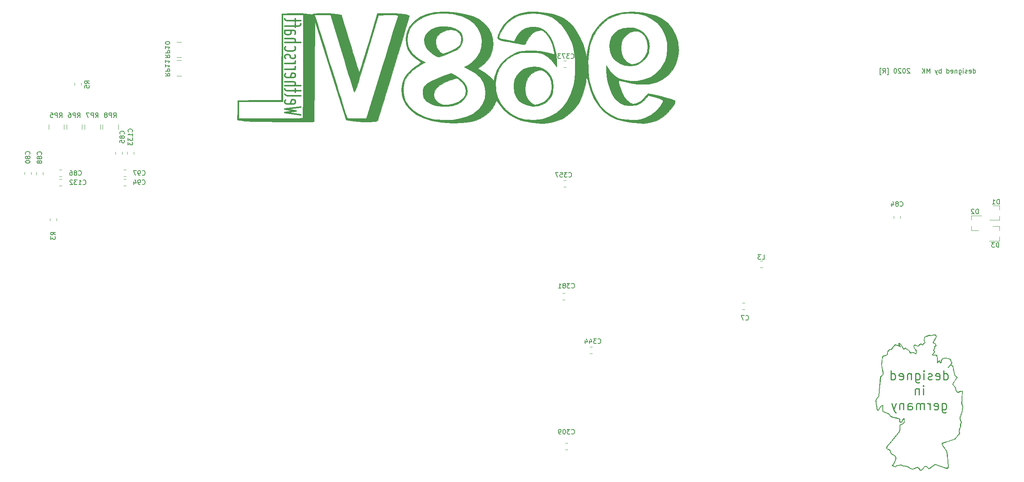
<source format=gbr>
G04 #@! TF.GenerationSoftware,KiCad,Pcbnew,(5.1.5)-3*
G04 #@! TF.CreationDate,2020-09-26T10:43:14+02:00*
G04 #@! TF.ProjectId,968,3936382e-6b69-4636-9164-5f7063625858,rev?*
G04 #@! TF.SameCoordinates,Original*
G04 #@! TF.FileFunction,Legend,Bot*
G04 #@! TF.FilePolarity,Positive*
%FSLAX46Y46*%
G04 Gerber Fmt 4.6, Leading zero omitted, Abs format (unit mm)*
G04 Created by KiCad (PCBNEW (5.1.5)-3) date 2020-09-26 10:43:14*
%MOMM*%
%LPD*%
G04 APERTURE LIST*
%ADD10C,0.250000*%
%ADD11C,0.150000*%
%ADD12C,0.300000*%
%ADD13C,0.120000*%
%ADD14C,0.010000*%
G04 APERTURE END LIST*
D10*
X239346714Y-126432761D02*
X239346714Y-124432761D01*
X239346714Y-126337523D02*
X239537190Y-126432761D01*
X239918142Y-126432761D01*
X240108619Y-126337523D01*
X240203857Y-126242285D01*
X240299095Y-126051809D01*
X240299095Y-125480380D01*
X240203857Y-125289904D01*
X240108619Y-125194666D01*
X239918142Y-125099428D01*
X239537190Y-125099428D01*
X239346714Y-125194666D01*
X237632428Y-126337523D02*
X237822904Y-126432761D01*
X238203857Y-126432761D01*
X238394333Y-126337523D01*
X238489571Y-126147047D01*
X238489571Y-125385142D01*
X238394333Y-125194666D01*
X238203857Y-125099428D01*
X237822904Y-125099428D01*
X237632428Y-125194666D01*
X237537190Y-125385142D01*
X237537190Y-125575619D01*
X238489571Y-125766095D01*
X236775285Y-126337523D02*
X236584809Y-126432761D01*
X236203857Y-126432761D01*
X236013380Y-126337523D01*
X235918142Y-126147047D01*
X235918142Y-126051809D01*
X236013380Y-125861333D01*
X236203857Y-125766095D01*
X236489571Y-125766095D01*
X236680047Y-125670857D01*
X236775285Y-125480380D01*
X236775285Y-125385142D01*
X236680047Y-125194666D01*
X236489571Y-125099428D01*
X236203857Y-125099428D01*
X236013380Y-125194666D01*
X235061000Y-126432761D02*
X235061000Y-125099428D01*
X235061000Y-124432761D02*
X235156238Y-124528000D01*
X235061000Y-124623238D01*
X234965761Y-124528000D01*
X235061000Y-124432761D01*
X235061000Y-124623238D01*
X233251476Y-125099428D02*
X233251476Y-126718476D01*
X233346714Y-126908952D01*
X233441952Y-127004190D01*
X233632428Y-127099428D01*
X233918142Y-127099428D01*
X234108619Y-127004190D01*
X233251476Y-126337523D02*
X233441952Y-126432761D01*
X233822904Y-126432761D01*
X234013380Y-126337523D01*
X234108619Y-126242285D01*
X234203857Y-126051809D01*
X234203857Y-125480380D01*
X234108619Y-125289904D01*
X234013380Y-125194666D01*
X233822904Y-125099428D01*
X233441952Y-125099428D01*
X233251476Y-125194666D01*
X232299095Y-125099428D02*
X232299095Y-126432761D01*
X232299095Y-125289904D02*
X232203857Y-125194666D01*
X232013380Y-125099428D01*
X231727666Y-125099428D01*
X231537190Y-125194666D01*
X231441952Y-125385142D01*
X231441952Y-126432761D01*
X229727666Y-126337523D02*
X229918142Y-126432761D01*
X230299095Y-126432761D01*
X230489571Y-126337523D01*
X230584809Y-126147047D01*
X230584809Y-125385142D01*
X230489571Y-125194666D01*
X230299095Y-125099428D01*
X229918142Y-125099428D01*
X229727666Y-125194666D01*
X229632428Y-125385142D01*
X229632428Y-125575619D01*
X230584809Y-125766095D01*
X227918142Y-126432761D02*
X227918142Y-124432761D01*
X227918142Y-126337523D02*
X228108619Y-126432761D01*
X228489571Y-126432761D01*
X228680047Y-126337523D01*
X228775285Y-126242285D01*
X228870523Y-126051809D01*
X228870523Y-125480380D01*
X228775285Y-125289904D01*
X228680047Y-125194666D01*
X228489571Y-125099428D01*
X228108619Y-125099428D01*
X227918142Y-125194666D01*
X234965761Y-129682761D02*
X234965761Y-128349428D01*
X234965761Y-127682761D02*
X235061000Y-127778000D01*
X234965761Y-127873238D01*
X234870523Y-127778000D01*
X234965761Y-127682761D01*
X234965761Y-127873238D01*
X234013380Y-128349428D02*
X234013380Y-129682761D01*
X234013380Y-128539904D02*
X233918142Y-128444666D01*
X233727666Y-128349428D01*
X233441952Y-128349428D01*
X233251476Y-128444666D01*
X233156238Y-128635142D01*
X233156238Y-129682761D01*
X239013380Y-131599428D02*
X239013380Y-133218476D01*
X239108619Y-133408952D01*
X239203857Y-133504190D01*
X239394333Y-133599428D01*
X239680047Y-133599428D01*
X239870523Y-133504190D01*
X239013380Y-132837523D02*
X239203857Y-132932761D01*
X239584809Y-132932761D01*
X239775285Y-132837523D01*
X239870523Y-132742285D01*
X239965761Y-132551809D01*
X239965761Y-131980380D01*
X239870523Y-131789904D01*
X239775285Y-131694666D01*
X239584809Y-131599428D01*
X239203857Y-131599428D01*
X239013380Y-131694666D01*
X237299095Y-132837523D02*
X237489571Y-132932761D01*
X237870523Y-132932761D01*
X238061000Y-132837523D01*
X238156238Y-132647047D01*
X238156238Y-131885142D01*
X238061000Y-131694666D01*
X237870523Y-131599428D01*
X237489571Y-131599428D01*
X237299095Y-131694666D01*
X237203857Y-131885142D01*
X237203857Y-132075619D01*
X238156238Y-132266095D01*
X236346714Y-132932761D02*
X236346714Y-131599428D01*
X236346714Y-131980380D02*
X236251476Y-131789904D01*
X236156238Y-131694666D01*
X235965761Y-131599428D01*
X235775285Y-131599428D01*
X235108619Y-132932761D02*
X235108619Y-131599428D01*
X235108619Y-131789904D02*
X235013380Y-131694666D01*
X234822904Y-131599428D01*
X234537190Y-131599428D01*
X234346714Y-131694666D01*
X234251476Y-131885142D01*
X234251476Y-132932761D01*
X234251476Y-131885142D02*
X234156238Y-131694666D01*
X233965761Y-131599428D01*
X233680047Y-131599428D01*
X233489571Y-131694666D01*
X233394333Y-131885142D01*
X233394333Y-132932761D01*
X231584809Y-132932761D02*
X231584809Y-131885142D01*
X231680047Y-131694666D01*
X231870523Y-131599428D01*
X232251476Y-131599428D01*
X232441952Y-131694666D01*
X231584809Y-132837523D02*
X231775285Y-132932761D01*
X232251476Y-132932761D01*
X232441952Y-132837523D01*
X232537190Y-132647047D01*
X232537190Y-132456571D01*
X232441952Y-132266095D01*
X232251476Y-132170857D01*
X231775285Y-132170857D01*
X231584809Y-132075619D01*
X230632428Y-131599428D02*
X230632428Y-132932761D01*
X230632428Y-131789904D02*
X230537190Y-131694666D01*
X230346714Y-131599428D01*
X230061000Y-131599428D01*
X229870523Y-131694666D01*
X229775285Y-131885142D01*
X229775285Y-132932761D01*
X229013380Y-131599428D02*
X228537190Y-132932761D01*
X228061000Y-131599428D02*
X228537190Y-132932761D01*
X228727666Y-133408952D01*
X228822904Y-133504190D01*
X229013380Y-133599428D01*
D11*
X245743761Y-59761380D02*
X245743761Y-58761380D01*
X245743761Y-59713761D02*
X245839000Y-59761380D01*
X246029476Y-59761380D01*
X246124714Y-59713761D01*
X246172333Y-59666142D01*
X246219952Y-59570904D01*
X246219952Y-59285190D01*
X246172333Y-59189952D01*
X246124714Y-59142333D01*
X246029476Y-59094714D01*
X245839000Y-59094714D01*
X245743761Y-59142333D01*
X244886619Y-59713761D02*
X244981857Y-59761380D01*
X245172333Y-59761380D01*
X245267571Y-59713761D01*
X245315190Y-59618523D01*
X245315190Y-59237571D01*
X245267571Y-59142333D01*
X245172333Y-59094714D01*
X244981857Y-59094714D01*
X244886619Y-59142333D01*
X244839000Y-59237571D01*
X244839000Y-59332809D01*
X245315190Y-59428047D01*
X244458047Y-59713761D02*
X244362809Y-59761380D01*
X244172333Y-59761380D01*
X244077095Y-59713761D01*
X244029476Y-59618523D01*
X244029476Y-59570904D01*
X244077095Y-59475666D01*
X244172333Y-59428047D01*
X244315190Y-59428047D01*
X244410428Y-59380428D01*
X244458047Y-59285190D01*
X244458047Y-59237571D01*
X244410428Y-59142333D01*
X244315190Y-59094714D01*
X244172333Y-59094714D01*
X244077095Y-59142333D01*
X243600904Y-59761380D02*
X243600904Y-59094714D01*
X243600904Y-58761380D02*
X243648523Y-58809000D01*
X243600904Y-58856619D01*
X243553285Y-58809000D01*
X243600904Y-58761380D01*
X243600904Y-58856619D01*
X242696142Y-59094714D02*
X242696142Y-59904238D01*
X242743761Y-59999476D01*
X242791380Y-60047095D01*
X242886619Y-60094714D01*
X243029476Y-60094714D01*
X243124714Y-60047095D01*
X242696142Y-59713761D02*
X242791380Y-59761380D01*
X242981857Y-59761380D01*
X243077095Y-59713761D01*
X243124714Y-59666142D01*
X243172333Y-59570904D01*
X243172333Y-59285190D01*
X243124714Y-59189952D01*
X243077095Y-59142333D01*
X242981857Y-59094714D01*
X242791380Y-59094714D01*
X242696142Y-59142333D01*
X242219952Y-59094714D02*
X242219952Y-59761380D01*
X242219952Y-59189952D02*
X242172333Y-59142333D01*
X242077095Y-59094714D01*
X241934238Y-59094714D01*
X241839000Y-59142333D01*
X241791380Y-59237571D01*
X241791380Y-59761380D01*
X240934238Y-59713761D02*
X241029476Y-59761380D01*
X241219952Y-59761380D01*
X241315190Y-59713761D01*
X241362809Y-59618523D01*
X241362809Y-59237571D01*
X241315190Y-59142333D01*
X241219952Y-59094714D01*
X241029476Y-59094714D01*
X240934238Y-59142333D01*
X240886619Y-59237571D01*
X240886619Y-59332809D01*
X241362809Y-59428047D01*
X240029476Y-59761380D02*
X240029476Y-58761380D01*
X240029476Y-59713761D02*
X240124714Y-59761380D01*
X240315190Y-59761380D01*
X240410428Y-59713761D01*
X240458047Y-59666142D01*
X240505666Y-59570904D01*
X240505666Y-59285190D01*
X240458047Y-59189952D01*
X240410428Y-59142333D01*
X240315190Y-59094714D01*
X240124714Y-59094714D01*
X240029476Y-59142333D01*
X238791380Y-59761380D02*
X238791380Y-58761380D01*
X238791380Y-59142333D02*
X238696142Y-59094714D01*
X238505666Y-59094714D01*
X238410428Y-59142333D01*
X238362809Y-59189952D01*
X238315190Y-59285190D01*
X238315190Y-59570904D01*
X238362809Y-59666142D01*
X238410428Y-59713761D01*
X238505666Y-59761380D01*
X238696142Y-59761380D01*
X238791380Y-59713761D01*
X237981857Y-59094714D02*
X237743761Y-59761380D01*
X237505666Y-59094714D02*
X237743761Y-59761380D01*
X237839000Y-59999476D01*
X237886619Y-60047095D01*
X237981857Y-60094714D01*
X236362809Y-59761380D02*
X236362809Y-58761380D01*
X236029476Y-59475666D01*
X235696142Y-58761380D01*
X235696142Y-59761380D01*
X235219952Y-59761380D02*
X235219952Y-58761380D01*
X234648523Y-59761380D02*
X235077095Y-59189952D01*
X234648523Y-58761380D02*
X235219952Y-59332809D01*
X231981857Y-58856619D02*
X231934238Y-58809000D01*
X231839000Y-58761380D01*
X231600904Y-58761380D01*
X231505666Y-58809000D01*
X231458047Y-58856619D01*
X231410428Y-58951857D01*
X231410428Y-59047095D01*
X231458047Y-59189952D01*
X232029476Y-59761380D01*
X231410428Y-59761380D01*
X230791380Y-58761380D02*
X230696142Y-58761380D01*
X230600904Y-58809000D01*
X230553285Y-58856619D01*
X230505666Y-58951857D01*
X230458047Y-59142333D01*
X230458047Y-59380428D01*
X230505666Y-59570904D01*
X230553285Y-59666142D01*
X230600904Y-59713761D01*
X230696142Y-59761380D01*
X230791380Y-59761380D01*
X230886619Y-59713761D01*
X230934238Y-59666142D01*
X230981857Y-59570904D01*
X231029476Y-59380428D01*
X231029476Y-59142333D01*
X230981857Y-58951857D01*
X230934238Y-58856619D01*
X230886619Y-58809000D01*
X230791380Y-58761380D01*
X230077095Y-58856619D02*
X230029476Y-58809000D01*
X229934238Y-58761380D01*
X229696142Y-58761380D01*
X229600904Y-58809000D01*
X229553285Y-58856619D01*
X229505666Y-58951857D01*
X229505666Y-59047095D01*
X229553285Y-59189952D01*
X230124714Y-59761380D01*
X229505666Y-59761380D01*
X228886619Y-58761380D02*
X228791380Y-58761380D01*
X228696142Y-58809000D01*
X228648523Y-58856619D01*
X228600904Y-58951857D01*
X228553285Y-59142333D01*
X228553285Y-59380428D01*
X228600904Y-59570904D01*
X228648523Y-59666142D01*
X228696142Y-59713761D01*
X228791380Y-59761380D01*
X228886619Y-59761380D01*
X228981857Y-59713761D01*
X229029476Y-59666142D01*
X229077095Y-59570904D01*
X229124714Y-59380428D01*
X229124714Y-59142333D01*
X229077095Y-58951857D01*
X229029476Y-58856619D01*
X228981857Y-58809000D01*
X228886619Y-58761380D01*
X227077095Y-60094714D02*
X227315190Y-60094714D01*
X227315190Y-58666142D01*
X227077095Y-58666142D01*
X226124714Y-59761380D02*
X226458047Y-59285190D01*
X226696142Y-59761380D02*
X226696142Y-58761380D01*
X226315190Y-58761380D01*
X226219952Y-58809000D01*
X226172333Y-58856619D01*
X226124714Y-58951857D01*
X226124714Y-59094714D01*
X226172333Y-59189952D01*
X226219952Y-59237571D01*
X226315190Y-59285190D01*
X226696142Y-59285190D01*
X225791380Y-60094714D02*
X225553285Y-60094714D01*
X225553285Y-58666142D01*
X225791380Y-58666142D01*
D12*
X99833666Y-68848666D02*
X96333666Y-68372476D01*
X98833666Y-67991523D01*
X96333666Y-67610571D01*
X99833666Y-67134380D01*
X96500333Y-65610571D02*
X96333666Y-65801047D01*
X96333666Y-66182000D01*
X96500333Y-66372476D01*
X96833666Y-66467714D01*
X98167000Y-66467714D01*
X98500333Y-66372476D01*
X98667000Y-66182000D01*
X98667000Y-65801047D01*
X98500333Y-65610571D01*
X98167000Y-65515333D01*
X97833666Y-65515333D01*
X97500333Y-66467714D01*
X96333666Y-64372476D02*
X96500333Y-64562952D01*
X96833666Y-64658190D01*
X99833666Y-64658190D01*
X98667000Y-63896285D02*
X98667000Y-63134380D01*
X99833666Y-63610571D02*
X96833666Y-63610571D01*
X96500333Y-63515333D01*
X96333666Y-63324857D01*
X96333666Y-63134380D01*
X96333666Y-62467714D02*
X99833666Y-62467714D01*
X96333666Y-61610571D02*
X98167000Y-61610571D01*
X98500333Y-61705809D01*
X98667000Y-61896285D01*
X98667000Y-62182000D01*
X98500333Y-62372476D01*
X98333666Y-62467714D01*
X96500333Y-59896285D02*
X96333666Y-60086761D01*
X96333666Y-60467714D01*
X96500333Y-60658190D01*
X96833666Y-60753428D01*
X98167000Y-60753428D01*
X98500333Y-60658190D01*
X98667000Y-60467714D01*
X98667000Y-60086761D01*
X98500333Y-59896285D01*
X98167000Y-59801047D01*
X97833666Y-59801047D01*
X97500333Y-60753428D01*
X96333666Y-58943904D02*
X98667000Y-58943904D01*
X98000333Y-58943904D02*
X98333666Y-58848666D01*
X98500333Y-58753428D01*
X98667000Y-58562952D01*
X98667000Y-58372476D01*
X96333666Y-57705809D02*
X98667000Y-57705809D01*
X98000333Y-57705809D02*
X98333666Y-57610571D01*
X98500333Y-57515333D01*
X98667000Y-57324857D01*
X98667000Y-57134380D01*
X96500333Y-56562952D02*
X96333666Y-56372476D01*
X96333666Y-55991523D01*
X96500333Y-55801047D01*
X96833666Y-55705809D01*
X97000333Y-55705809D01*
X97333666Y-55801047D01*
X97500333Y-55991523D01*
X97500333Y-56277238D01*
X97667000Y-56467714D01*
X98000333Y-56562952D01*
X98167000Y-56562952D01*
X98500333Y-56467714D01*
X98667000Y-56277238D01*
X98667000Y-55991523D01*
X98500333Y-55801047D01*
X96500333Y-53991523D02*
X96333666Y-54182000D01*
X96333666Y-54562952D01*
X96500333Y-54753428D01*
X96667000Y-54848666D01*
X97000333Y-54943904D01*
X98000333Y-54943904D01*
X98333666Y-54848666D01*
X98500333Y-54753428D01*
X98667000Y-54562952D01*
X98667000Y-54182000D01*
X98500333Y-53991523D01*
X96333666Y-53134380D02*
X99833666Y-53134380D01*
X96333666Y-52277238D02*
X98167000Y-52277238D01*
X98500333Y-52372476D01*
X98667000Y-52562952D01*
X98667000Y-52848666D01*
X98500333Y-53039142D01*
X98333666Y-53134380D01*
X96333666Y-50467714D02*
X98167000Y-50467714D01*
X98500333Y-50562952D01*
X98667000Y-50753428D01*
X98667000Y-51134380D01*
X98500333Y-51324857D01*
X96500333Y-50467714D02*
X96333666Y-50658190D01*
X96333666Y-51134380D01*
X96500333Y-51324857D01*
X96833666Y-51420095D01*
X97167000Y-51420095D01*
X97500333Y-51324857D01*
X97667000Y-51134380D01*
X97667000Y-50658190D01*
X97833666Y-50467714D01*
X98667000Y-49801047D02*
X98667000Y-49039142D01*
X96333666Y-49515333D02*
X99333666Y-49515333D01*
X99667000Y-49420095D01*
X99833666Y-49229619D01*
X99833666Y-49039142D01*
X98667000Y-48658190D02*
X98667000Y-47896285D01*
X99833666Y-48372476D02*
X96833666Y-48372476D01*
X96500333Y-48277238D01*
X96333666Y-48086761D01*
X96333666Y-47896285D01*
D13*
X46811000Y-91904078D02*
X46811000Y-91386922D01*
X45391000Y-91904078D02*
X45391000Y-91386922D01*
X251442000Y-93101000D02*
X249982000Y-93101000D01*
X251442000Y-96261000D02*
X249282000Y-96261000D01*
X251442000Y-96261000D02*
X251442000Y-95331000D01*
X251442000Y-93101000D02*
X251442000Y-94031000D01*
X245382000Y-93970000D02*
X246842000Y-93970000D01*
X245382000Y-90810000D02*
X247542000Y-90810000D01*
X245382000Y-90810000D02*
X245382000Y-91740000D01*
X245382000Y-93970000D02*
X245382000Y-93040000D01*
X251474000Y-88590000D02*
X250014000Y-88590000D01*
X251474000Y-91750000D02*
X249314000Y-91750000D01*
X251474000Y-91750000D02*
X251474000Y-90820000D01*
X251474000Y-88590000D02*
X251474000Y-89520000D01*
D14*
G36*
X236946055Y-116668504D02*
G01*
X236899249Y-116682803D01*
X236643648Y-116752003D01*
X236468879Y-116764523D01*
X236323681Y-116723832D01*
X236319692Y-116722029D01*
X236124157Y-116677159D01*
X236040720Y-116707206D01*
X235924378Y-116766750D01*
X235719445Y-116848422D01*
X235532882Y-116913548D01*
X235301819Y-116994681D01*
X235172877Y-117068263D01*
X235109538Y-117169701D01*
X235075283Y-117334399D01*
X235071240Y-117361117D01*
X235062255Y-117896235D01*
X235150469Y-118309572D01*
X235168481Y-118429020D01*
X235090784Y-118469834D01*
X235012893Y-118472857D01*
X234863733Y-118506124D01*
X234823000Y-118605905D01*
X234792034Y-118761905D01*
X234709732Y-118786108D01*
X234605603Y-118690992D01*
X234521397Y-118597646D01*
X234431428Y-118578849D01*
X234279523Y-118628547D01*
X234227106Y-118650204D01*
X234044155Y-118757273D01*
X233927307Y-118881807D01*
X233916248Y-118907053D01*
X233836803Y-119019872D01*
X233686622Y-119043570D01*
X233448035Y-118978309D01*
X233290867Y-118912727D01*
X233042520Y-118829143D01*
X232886375Y-118851576D01*
X232807817Y-118987776D01*
X232791000Y-119177779D01*
X232834068Y-119405750D01*
X232977354Y-119643734D01*
X233041103Y-119721688D01*
X233259940Y-120039616D01*
X233348025Y-120325476D01*
X233302682Y-120570372D01*
X233298745Y-120577906D01*
X233216255Y-120732039D01*
X232985485Y-120558874D01*
X232828623Y-120454065D01*
X232698150Y-120422751D01*
X232524435Y-120454536D01*
X232443090Y-120477887D01*
X232248729Y-120529478D01*
X232146744Y-120527502D01*
X232091636Y-120463758D01*
X232069120Y-120410461D01*
X231952660Y-120229129D01*
X231751677Y-120020607D01*
X231503473Y-119813741D01*
X231245349Y-119637379D01*
X231014605Y-119520368D01*
X230877434Y-119488857D01*
X230775211Y-119542912D01*
X230759000Y-119597714D01*
X230726371Y-119697025D01*
X230648694Y-119684050D01*
X230556285Y-119570547D01*
X230525104Y-119507000D01*
X230391211Y-119246379D01*
X230217697Y-118978174D01*
X230030338Y-118735389D01*
X229854906Y-118551030D01*
X229717176Y-118458103D01*
X229703130Y-118454410D01*
X229546401Y-118441126D01*
X229491046Y-118497553D01*
X229525325Y-118646918D01*
X229560746Y-118736075D01*
X229616094Y-118879092D01*
X229616516Y-118953032D01*
X229539263Y-118965369D01*
X229361586Y-118923579D01*
X229165110Y-118866073D01*
X228778590Y-118751289D01*
X228480652Y-119078505D01*
X228283536Y-119301600D01*
X228097984Y-119522351D01*
X228008248Y-119635553D01*
X227871058Y-119786598D01*
X227742867Y-119835708D01*
X227627747Y-119824178D01*
X227493894Y-119813285D01*
X227399445Y-119867422D01*
X227303345Y-120016473D01*
X227266583Y-120087048D01*
X227147066Y-120360468D01*
X227046572Y-120654394D01*
X227030227Y-120714814D01*
X226979174Y-120894700D01*
X226913894Y-121000717D01*
X226794808Y-121065416D01*
X226582340Y-121121351D01*
X226518242Y-121135915D01*
X226285963Y-121192018D01*
X226117832Y-121239330D01*
X226057102Y-121263708D01*
X226029774Y-121344757D01*
X225985562Y-121530840D01*
X225933332Y-121784152D01*
X225925517Y-121824759D01*
X225848674Y-122402884D01*
X225824723Y-123016484D01*
X225852752Y-123614007D01*
X225931847Y-124143901D01*
X225969286Y-124296174D01*
X226066851Y-124681208D01*
X226109367Y-124961861D01*
X226093682Y-125169299D01*
X226016644Y-125334690D01*
X225875102Y-125489198D01*
X225846014Y-125515207D01*
X225577600Y-125750877D01*
X225372809Y-127846831D01*
X225168019Y-129942785D01*
X224842938Y-130384376D01*
X224685276Y-130619304D01*
X224571442Y-130828679D01*
X224523632Y-130971042D01*
X224523370Y-130981269D01*
X224536725Y-131108260D01*
X224569416Y-131346741D01*
X224616846Y-131665044D01*
X224674418Y-132031503D01*
X224688126Y-132116286D01*
X224754105Y-132510761D01*
X224806434Y-132784222D01*
X224852234Y-132959307D01*
X224898628Y-133058649D01*
X224952740Y-133104884D01*
X225003472Y-133118442D01*
X225098053Y-133105672D01*
X225197744Y-133024231D01*
X225323047Y-132852059D01*
X225458775Y-132628585D01*
X225638714Y-132343249D01*
X225778088Y-132177800D01*
X225889953Y-132117248D01*
X225904917Y-132116286D01*
X225985163Y-132130224D01*
X226027922Y-132193894D01*
X226043041Y-132340084D01*
X226041141Y-132569857D01*
X226032862Y-132895404D01*
X226040770Y-133116954D01*
X226086471Y-133266240D01*
X226191570Y-133374998D01*
X226377673Y-133474959D01*
X226666384Y-133597857D01*
X226770874Y-133641680D01*
X227103406Y-133786478D01*
X227328631Y-133899565D01*
X227475235Y-133999957D01*
X227571901Y-134106670D01*
X227635323Y-134214770D01*
X227696119Y-134325433D01*
X227764161Y-134406805D01*
X227865951Y-134471113D01*
X228027991Y-134530582D01*
X228276782Y-134597440D01*
X228638826Y-134683910D01*
X228666163Y-134690326D01*
X229009706Y-134773336D01*
X229301237Y-134848305D01*
X229511913Y-134907491D01*
X229612893Y-134943156D01*
X229615952Y-134945216D01*
X229652122Y-135039620D01*
X229677811Y-135222819D01*
X229682529Y-135301281D01*
X229705996Y-135511016D01*
X229770705Y-135624601D01*
X229868730Y-135678701D01*
X230020594Y-135727572D01*
X230128376Y-135719806D01*
X230224714Y-135634602D01*
X230342246Y-135451157D01*
X230408781Y-135334497D01*
X230536269Y-135119333D01*
X230616808Y-135018157D01*
X230667483Y-135014701D01*
X230694586Y-135062354D01*
X230761101Y-135380289D01*
X230689925Y-135656589D01*
X230502475Y-135882482D01*
X230320165Y-136018169D01*
X230158698Y-136098402D01*
X230109267Y-136107714D01*
X229948519Y-136117257D01*
X229843163Y-136162640D01*
X229781592Y-136268992D01*
X229752199Y-136461446D01*
X229743376Y-136765131D01*
X229743000Y-136900702D01*
X229740961Y-137227922D01*
X229728690Y-137448212D01*
X229696954Y-137599781D01*
X229636520Y-137720837D01*
X229538155Y-137849589D01*
X229503756Y-137890795D01*
X229391406Y-138024374D01*
X229201145Y-138250189D01*
X228948707Y-138549583D01*
X228649826Y-138903899D01*
X228320236Y-139294479D01*
X228047671Y-139617385D01*
X227645849Y-140099354D01*
X227322812Y-140499602D01*
X227083060Y-140812207D01*
X226931090Y-141031245D01*
X226871401Y-141150794D01*
X226871772Y-141165463D01*
X226909589Y-141323897D01*
X226912714Y-141369076D01*
X226974803Y-141449498D01*
X227132624Y-141544665D01*
X227238933Y-141590580D01*
X227423198Y-141671433D01*
X227542508Y-141767290D01*
X227633291Y-141920331D01*
X227724898Y-142153284D01*
X227820581Y-142396446D01*
X227914451Y-142547969D01*
X228049742Y-142654187D01*
X228269688Y-142761438D01*
X228308308Y-142778560D01*
X228549595Y-142895014D01*
X228692273Y-142999975D01*
X228775023Y-143129038D01*
X228815873Y-143245631D01*
X228854103Y-143412379D01*
X228853774Y-143573153D01*
X228809350Y-143775872D01*
X228723654Y-144043916D01*
X228577889Y-144396683D01*
X228404278Y-144701729D01*
X228302136Y-144834556D01*
X228056739Y-145106825D01*
X228323156Y-145218142D01*
X228646502Y-145337943D01*
X228865432Y-145379390D01*
X228997076Y-145343449D01*
X229051156Y-145259325D01*
X229118307Y-145154486D01*
X229258951Y-145111424D01*
X229380309Y-145106572D01*
X229623516Y-145086589D01*
X229840753Y-145037884D01*
X229857282Y-145031938D01*
X230036293Y-144995223D01*
X230170094Y-145058583D01*
X230170435Y-145058879D01*
X230293507Y-145115786D01*
X230518899Y-145178414D01*
X230804751Y-145235773D01*
X230904143Y-145251514D01*
X231234072Y-145307870D01*
X231471409Y-145373857D01*
X231668352Y-145469171D01*
X231877102Y-145613509D01*
X231890561Y-145623716D01*
X232251864Y-145839170D01*
X232587731Y-145913551D01*
X232904599Y-145847382D01*
X233111121Y-145723429D01*
X233391930Y-145568101D01*
X233643501Y-145545406D01*
X233852456Y-145654475D01*
X233948906Y-145777857D01*
X234107680Y-146025662D01*
X234235759Y-146157309D01*
X234363733Y-146188212D01*
X234522191Y-146133782D01*
X234587001Y-146099380D01*
X234716209Y-145981602D01*
X234856244Y-145787321D01*
X234913572Y-145684666D01*
X235030414Y-145482621D01*
X235143789Y-145380145D01*
X235297859Y-145339705D01*
X235322495Y-145337112D01*
X235495929Y-145342832D01*
X235650364Y-145414793D01*
X235838418Y-145577722D01*
X235842087Y-145581301D01*
X235961805Y-145698561D01*
X236055242Y-145769541D01*
X236148144Y-145787380D01*
X236266261Y-145745219D01*
X236435339Y-145636195D01*
X236681127Y-145453451D01*
X236875673Y-145305911D01*
X237440631Y-144878483D01*
X240123277Y-145772629D01*
X240262700Y-145602886D01*
X240355090Y-145434189D01*
X240374132Y-145288000D01*
X240358171Y-145156919D01*
X240337407Y-144918913D01*
X240314940Y-144611986D01*
X240300125Y-144380857D01*
X240266367Y-143945196D01*
X240215974Y-143447936D01*
X240154804Y-142936915D01*
X240088720Y-142459970D01*
X240023582Y-142064937D01*
X240004111Y-141964698D01*
X239936391Y-141811534D01*
X239796846Y-141597892D01*
X239614467Y-141367709D01*
X239597083Y-141347841D01*
X239314477Y-140992640D01*
X239123773Y-140676143D01*
X239036486Y-140418467D01*
X239032143Y-140361102D01*
X239094440Y-140270381D01*
X239246573Y-140189097D01*
X239268000Y-140181979D01*
X239934447Y-139974041D01*
X240476059Y-139804217D01*
X240906508Y-139667240D01*
X241239465Y-139557843D01*
X241488604Y-139470757D01*
X241667596Y-139400716D01*
X241790114Y-139342450D01*
X241869830Y-139290694D01*
X241920416Y-139240178D01*
X241955545Y-139185637D01*
X241981139Y-139136660D01*
X242090321Y-138970503D01*
X242266697Y-138747945D01*
X242474034Y-138514418D01*
X242495047Y-138492241D01*
X242693568Y-138276586D01*
X242802567Y-138131993D01*
X242838148Y-138029975D01*
X242816413Y-137942047D01*
X242811463Y-137932475D01*
X242738431Y-137648963D01*
X242775286Y-137291422D01*
X242920096Y-136878359D01*
X242921990Y-136874213D01*
X243035837Y-136587245D01*
X243075834Y-136366331D01*
X243062567Y-136205496D01*
X243046782Y-136008679D01*
X243103373Y-135889059D01*
X243145892Y-135852844D01*
X243213651Y-135791877D01*
X243230803Y-135717781D01*
X243192307Y-135593294D01*
X243093124Y-135381158D01*
X243077885Y-135350041D01*
X242946973Y-135057661D01*
X242890344Y-134842664D01*
X242903275Y-134660677D01*
X242981045Y-134467326D01*
X242983455Y-134462596D01*
X243151454Y-134054596D01*
X243305304Y-133521219D01*
X243438567Y-132886472D01*
X243491757Y-132574801D01*
X243513638Y-132389582D01*
X243441293Y-132389582D01*
X243411799Y-132581002D01*
X243351635Y-132867175D01*
X243278720Y-133176142D01*
X243201516Y-133458222D01*
X243134610Y-133660929D01*
X243123655Y-133687539D01*
X243052919Y-133900583D01*
X243023571Y-134090954D01*
X242979361Y-134290888D01*
X242917022Y-134406558D01*
X242822018Y-134642940D01*
X242822479Y-134944059D01*
X242915332Y-135268084D01*
X242991396Y-135418753D01*
X243097897Y-135606896D01*
X243134277Y-135710317D01*
X243104574Y-135769063D01*
X243031181Y-135813356D01*
X242943916Y-135882431D01*
X242911069Y-135993736D01*
X242921386Y-136193208D01*
X242926696Y-136239803D01*
X242933720Y-136532288D01*
X242862991Y-136786884D01*
X242816261Y-136885606D01*
X242676620Y-137231820D01*
X242611131Y-137559258D01*
X242625706Y-137828707D01*
X242660146Y-137920939D01*
X242696360Y-138016305D01*
X242679446Y-138109922D01*
X242592858Y-138234050D01*
X242420050Y-138420951D01*
X242385321Y-138456753D01*
X242183334Y-138680168D01*
X242009897Y-138899726D01*
X241907890Y-139058603D01*
X241870250Y-139131631D01*
X241828084Y-139192526D01*
X241765077Y-139248011D01*
X241664914Y-139304807D01*
X241511281Y-139369638D01*
X241287864Y-139449227D01*
X240978346Y-139550297D01*
X240566415Y-139679570D01*
X240035755Y-139843770D01*
X239903000Y-139884772D01*
X239549859Y-139994793D01*
X239249968Y-140090009D01*
X239028834Y-140162183D01*
X238911962Y-140203080D01*
X238900373Y-140208514D01*
X238903649Y-140284457D01*
X238938427Y-140451981D01*
X238962252Y-140545389D01*
X239087398Y-140828648D01*
X239317674Y-141162375D01*
X239444454Y-141314238D01*
X239640363Y-141557464D01*
X239800357Y-141792500D01*
X239895292Y-141975650D01*
X239904298Y-142003666D01*
X239944075Y-142200723D01*
X239992260Y-142511224D01*
X240045110Y-142903981D01*
X240098883Y-143347805D01*
X240149835Y-143811508D01*
X240194223Y-144263901D01*
X240228306Y-144673795D01*
X240233475Y-144746749D01*
X240254256Y-145068115D01*
X240255766Y-145305875D01*
X240221674Y-145465487D01*
X240135647Y-145552405D01*
X239981353Y-145572087D01*
X239742458Y-145529988D01*
X239402631Y-145431564D01*
X238945539Y-145282272D01*
X238787444Y-145229820D01*
X238382233Y-145097144D01*
X238021405Y-144982123D01*
X237728804Y-144892106D01*
X237528272Y-144834445D01*
X237445994Y-144816286D01*
X237344911Y-144857945D01*
X237168022Y-144967474D01*
X236952559Y-145121698D01*
X236940202Y-145131114D01*
X236700098Y-145311262D01*
X236475856Y-145473754D01*
X236324946Y-145577452D01*
X236121463Y-145708961D01*
X235853232Y-145453273D01*
X235674017Y-145298700D01*
X235529431Y-145231258D01*
X235360513Y-145227138D01*
X235308092Y-145233145D01*
X235134615Y-145271263D01*
X235010938Y-145355171D01*
X234892525Y-145521348D01*
X234836378Y-145619530D01*
X234627856Y-145919473D01*
X234412228Y-146085784D01*
X234293154Y-146117660D01*
X234229677Y-146061090D01*
X234149076Y-145915682D01*
X234135859Y-145885241D01*
X233974372Y-145599378D01*
X233780713Y-145449568D01*
X233544371Y-145428345D01*
X233503445Y-145436041D01*
X233281323Y-145513897D01*
X233046041Y-145637109D01*
X233010011Y-145660592D01*
X232749378Y-145795899D01*
X232503196Y-145820884D01*
X232239408Y-145731894D01*
X231944260Y-145539181D01*
X231723411Y-145384386D01*
X231525658Y-145284627D01*
X231296053Y-145218975D01*
X230979648Y-145166499D01*
X230957951Y-145163485D01*
X230631890Y-145105508D01*
X230372332Y-145034361D01*
X230217789Y-144960684D01*
X230214714Y-144958156D01*
X230092579Y-144880208D01*
X229965860Y-144886821D01*
X229851857Y-144931436D01*
X229633574Y-144995098D01*
X229373969Y-145029175D01*
X229325714Y-145030727D01*
X229136972Y-145044152D01*
X229027300Y-145074036D01*
X229016174Y-145088429D01*
X228980473Y-145192436D01*
X228955006Y-145237547D01*
X228890047Y-145287521D01*
X228770626Y-145274928D01*
X228593260Y-145211524D01*
X228385112Y-145116088D01*
X228304687Y-145035576D01*
X228339555Y-144947194D01*
X228412222Y-144879600D01*
X228533174Y-144725804D01*
X228667990Y-144468558D01*
X228799198Y-144146134D01*
X228909320Y-143796800D01*
X228913012Y-143782910D01*
X228972502Y-143424757D01*
X228927481Y-143148401D01*
X228765377Y-142927847D01*
X228473617Y-142737097D01*
X228386665Y-142694620D01*
X228143824Y-142575170D01*
X227995807Y-142473401D01*
X227904450Y-142348851D01*
X227831588Y-142161060D01*
X227804968Y-142077903D01*
X227721821Y-141842690D01*
X227632562Y-141700600D01*
X227495964Y-141603922D01*
X227331433Y-141529930D01*
X227180404Y-141462663D01*
X227070967Y-141394004D01*
X227009041Y-141311900D01*
X227000547Y-141204300D01*
X227051405Y-141059153D01*
X227167533Y-140864409D01*
X227354854Y-140608015D01*
X227619285Y-140277921D01*
X227966748Y-139862075D01*
X228402904Y-139348728D01*
X229815571Y-137691171D01*
X229827985Y-137171586D01*
X229836336Y-136898025D01*
X229846469Y-136673564D01*
X229856239Y-136545363D01*
X229856556Y-136543143D01*
X229876587Y-136385124D01*
X229880429Y-136346369D01*
X229948807Y-136273312D01*
X230109279Y-136200591D01*
X230163742Y-136184241D01*
X230401678Y-136078775D01*
X230622092Y-135918040D01*
X230645942Y-135894384D01*
X230763216Y-135758166D01*
X230818555Y-135631948D01*
X230826500Y-135460019D01*
X230809948Y-135266032D01*
X230767578Y-134968310D01*
X230711665Y-134813523D01*
X230634478Y-134799581D01*
X230528286Y-134924392D01*
X230400661Y-135155335D01*
X230267702Y-135399885D01*
X230162717Y-135536662D01*
X230060767Y-135593047D01*
X229995955Y-135599714D01*
X229888575Y-135587681D01*
X229835199Y-135526762D01*
X229817176Y-135379727D01*
X229815571Y-135239655D01*
X229818241Y-135097116D01*
X229812320Y-134995274D01*
X229776919Y-134921388D01*
X229691144Y-134862714D01*
X229534103Y-134806512D01*
X229284906Y-134740040D01*
X228922659Y-134650555D01*
X228799571Y-134620000D01*
X228410543Y-134522547D01*
X228137833Y-134449860D01*
X227957130Y-134390805D01*
X227844121Y-134334244D01*
X227774492Y-134269040D01*
X227723932Y-134184058D01*
X227688993Y-134111295D01*
X227557662Y-133919949D01*
X227397163Y-133791403D01*
X227376395Y-133782374D01*
X227218083Y-133719777D01*
X226974456Y-133620790D01*
X226694048Y-133505158D01*
X226650293Y-133486965D01*
X226114428Y-133263884D01*
X226114428Y-131955408D01*
X225914857Y-132002656D01*
X225767596Y-132056864D01*
X225638156Y-132159250D01*
X225503341Y-132335864D01*
X225339957Y-132612758D01*
X225289735Y-132704762D01*
X225171172Y-132913196D01*
X225093717Y-133009771D01*
X225035870Y-133013571D01*
X224993139Y-132968009D01*
X224953519Y-132858991D01*
X224901087Y-132640239D01*
X224841705Y-132345955D01*
X224781235Y-132010341D01*
X224725538Y-131667600D01*
X224680475Y-131351935D01*
X224651910Y-131097546D01*
X224645600Y-130940191D01*
X224689545Y-130822387D01*
X224797776Y-130628700D01*
X224947598Y-130399439D01*
X224959949Y-130381835D01*
X225266399Y-129947289D01*
X225471125Y-127897424D01*
X225675851Y-125847560D01*
X225967711Y-125550176D01*
X226128377Y-125362753D01*
X226234383Y-125193630D01*
X226259571Y-125110165D01*
X226240199Y-124970820D01*
X226189380Y-124741919D01*
X226118066Y-124472722D01*
X226117180Y-124469622D01*
X225983505Y-123831293D01*
X225921600Y-123137481D01*
X225934498Y-122451778D01*
X225997868Y-121966412D01*
X226050704Y-121688856D01*
X226091045Y-121472127D01*
X226112531Y-121350591D01*
X226114428Y-121336557D01*
X226179163Y-121311210D01*
X226347053Y-121269065D01*
X226531714Y-121229535D01*
X226846852Y-121140763D01*
X227037134Y-121018539D01*
X227121727Y-120847413D01*
X227130428Y-120746928D01*
X227161631Y-120584630D01*
X227240713Y-120362453D01*
X227290032Y-120252799D01*
X227400652Y-120051887D01*
X227502826Y-119953408D01*
X227636262Y-119922870D01*
X227671032Y-119921872D01*
X227867482Y-119879879D01*
X228056552Y-119779506D01*
X228188059Y-119653160D01*
X228219000Y-119568022D01*
X228266177Y-119476523D01*
X228388094Y-119322206D01*
X228511521Y-119187600D01*
X228804043Y-118886177D01*
X229208069Y-118983102D01*
X229467101Y-119062031D01*
X229692266Y-119159064D01*
X229786405Y-119217138D01*
X229901608Y-119299835D01*
X229948153Y-119303444D01*
X229925660Y-119213805D01*
X229833751Y-119016758D01*
X229778063Y-118905873D01*
X229678490Y-118689176D01*
X229654823Y-118575231D01*
X229694977Y-118545429D01*
X229782192Y-118602127D01*
X229917548Y-118749033D01*
X230075403Y-118951361D01*
X230230118Y-119174327D01*
X230356052Y-119383146D01*
X230425676Y-119536732D01*
X230517410Y-119709355D01*
X230590335Y-119789736D01*
X230688815Y-119842353D01*
X230771777Y-119783684D01*
X230811086Y-119728242D01*
X230915838Y-119570477D01*
X231182133Y-119717782D01*
X231466217Y-119904296D01*
X231702576Y-120114118D01*
X231863197Y-120318212D01*
X231920143Y-120482808D01*
X231974928Y-120614426D01*
X232139529Y-120651961D01*
X232414314Y-120595469D01*
X232485524Y-120571850D01*
X232646366Y-120533758D01*
X232787182Y-120562540D01*
X232971843Y-120671838D01*
X232980191Y-120677497D01*
X233154357Y-120780739D01*
X233280223Y-120828118D01*
X233308312Y-120825674D01*
X233368417Y-120722404D01*
X233412299Y-120531895D01*
X233431506Y-120311843D01*
X233417582Y-120119943D01*
X233414002Y-120104362D01*
X233338601Y-119943015D01*
X233199251Y-119741042D01*
X233115730Y-119641518D01*
X232941476Y-119401249D01*
X232863745Y-119191402D01*
X232876732Y-119033096D01*
X232974629Y-118947448D01*
X233151630Y-118955577D01*
X233288846Y-119011892D01*
X233542885Y-119105330D01*
X233769876Y-119122584D01*
X233932580Y-119064895D01*
X233985951Y-118988662D01*
X234079886Y-118866664D01*
X234246704Y-118761422D01*
X234253228Y-118758670D01*
X234413516Y-118704784D01*
X234499463Y-118724947D01*
X234544707Y-118787151D01*
X234662973Y-118894465D01*
X234798437Y-118895575D01*
X234895050Y-118796973D01*
X234908667Y-118745000D01*
X234991308Y-118598286D01*
X235095143Y-118558524D01*
X235217747Y-118504515D01*
X235257691Y-118363421D01*
X235258429Y-118326950D01*
X235232528Y-118159077D01*
X235176728Y-118068073D01*
X235130043Y-117957950D01*
X235127731Y-117718394D01*
X235136905Y-117611831D01*
X235189615Y-117318143D01*
X235292533Y-117135271D01*
X235474305Y-117030501D01*
X235688322Y-116982101D01*
X235899619Y-116935596D01*
X236063173Y-116878076D01*
X236071911Y-116873546D01*
X236231444Y-116837977D01*
X236410538Y-116849079D01*
X236616920Y-116851040D01*
X236882534Y-116802476D01*
X236990275Y-116770706D01*
X237296527Y-116703411D01*
X237515025Y-116729444D01*
X237634213Y-116845646D01*
X237653286Y-116952100D01*
X237619975Y-117075385D01*
X237530464Y-117289295D01*
X237400382Y-117558335D01*
X237313380Y-117724031D01*
X236973474Y-118352682D01*
X237148519Y-118467198D01*
X237407685Y-118666339D01*
X237548781Y-118842317D01*
X237566970Y-118984320D01*
X237457417Y-119081534D01*
X237427961Y-119092130D01*
X237321007Y-119158182D01*
X237306458Y-119288661D01*
X237316097Y-119345056D01*
X237300220Y-119583045D01*
X237214850Y-119730197D01*
X237095967Y-119936659D01*
X237088186Y-120098477D01*
X237181571Y-120188328D01*
X237280532Y-120283826D01*
X237261834Y-120433252D01*
X237131806Y-120615077D01*
X237028010Y-120710597D01*
X236883093Y-120853090D01*
X236812707Y-120969594D01*
X236814579Y-121006167D01*
X236909220Y-121050382D01*
X237099966Y-121079154D01*
X237256753Y-121085429D01*
X237516346Y-121105385D01*
X237698140Y-121178825D01*
X237814982Y-121326105D01*
X237879720Y-121567582D01*
X237905200Y-121923613D01*
X237907286Y-122116193D01*
X237912131Y-122400220D01*
X237925090Y-122619253D01*
X237943798Y-122740529D01*
X237953368Y-122754482D01*
X238021582Y-122700426D01*
X238118326Y-122573143D01*
X238255577Y-122425049D01*
X238373472Y-122406914D01*
X238450790Y-122517628D01*
X238464894Y-122591286D01*
X238527857Y-122758393D01*
X238641267Y-122812754D01*
X238743350Y-122804023D01*
X238803066Y-122717288D01*
X238842915Y-122532993D01*
X238935764Y-122165884D01*
X239086819Y-121918966D01*
X239311250Y-121783021D01*
X239624229Y-121748832D01*
X240038439Y-121806649D01*
X240348947Y-121874977D01*
X240543785Y-121925939D01*
X240649650Y-121970423D01*
X240693238Y-122019315D01*
X240701286Y-122076973D01*
X240740547Y-122212101D01*
X240834619Y-122380512D01*
X240953874Y-122567036D01*
X241004296Y-122713238D01*
X240977757Y-122853362D01*
X240866130Y-123021654D01*
X240661287Y-123252359D01*
X240616232Y-123300651D01*
X240424461Y-123514061D01*
X240283762Y-123686975D01*
X240214383Y-123793680D01*
X240212233Y-123813709D01*
X240278373Y-123787045D01*
X240408635Y-123677392D01*
X240530806Y-123554618D01*
X240696691Y-123386223D01*
X240811618Y-123308212D01*
X240919602Y-123301211D01*
X241031739Y-123334130D01*
X241119202Y-123369141D01*
X241185037Y-123418653D01*
X241238062Y-123506051D01*
X241287097Y-123654716D01*
X241340960Y-123888031D01*
X241408468Y-124229380D01*
X241448402Y-124438958D01*
X241526552Y-124843242D01*
X241588381Y-125131161D01*
X241643503Y-125329160D01*
X241701533Y-125463682D01*
X241772083Y-125561170D01*
X241864769Y-125648067D01*
X241898091Y-125675828D01*
X242051200Y-125815767D01*
X242141978Y-125925269D01*
X242152714Y-125953584D01*
X242112437Y-126036618D01*
X242003273Y-126209584D01*
X241842718Y-126445779D01*
X241681000Y-126673429D01*
X241490860Y-126941800D01*
X241337390Y-127169022D01*
X241238072Y-127328510D01*
X241209286Y-127390708D01*
X241254447Y-127474681D01*
X241372417Y-127629958D01*
X241525066Y-127808580D01*
X241773589Y-128143694D01*
X241893821Y-128447185D01*
X241894145Y-128448921D01*
X241988036Y-128789290D01*
X242120517Y-129038241D01*
X242277566Y-129170161D01*
X242291734Y-129175200D01*
X242447497Y-129177194D01*
X242654532Y-129125586D01*
X242700536Y-129107771D01*
X242921118Y-129033810D01*
X243117059Y-128996721D01*
X243142756Y-128995714D01*
X243316787Y-128995714D01*
X243279036Y-129685143D01*
X243256293Y-130100278D01*
X243230548Y-130569845D01*
X243206765Y-131003354D01*
X243203080Y-131070471D01*
X243188232Y-131404913D01*
X243190865Y-131633340D01*
X243215815Y-131794329D01*
X243267915Y-131926457D01*
X243322202Y-132020932D01*
X243397908Y-132150191D01*
X243437134Y-132259527D01*
X243441293Y-132389582D01*
X243513638Y-132389582D01*
X243516326Y-132366833D01*
X243511628Y-132223849D01*
X243477019Y-132107133D01*
X243423809Y-132000038D01*
X243379520Y-131905588D01*
X243348040Y-131797067D01*
X243328366Y-131652451D01*
X243319492Y-131449720D01*
X243320415Y-131166849D01*
X243330129Y-130781816D01*
X243346469Y-130304567D01*
X243399172Y-128850572D01*
X243156943Y-128853143D01*
X242925829Y-128887138D01*
X242733286Y-128959429D01*
X242495046Y-129062914D01*
X242313652Y-129056734D01*
X242175293Y-128931147D01*
X242066155Y-128676413D01*
X242006565Y-128446936D01*
X241855449Y-128069124D01*
X241641339Y-127786219D01*
X241485994Y-127604548D01*
X241381805Y-127457538D01*
X241354429Y-127393001D01*
X241393892Y-127304087D01*
X241501146Y-127123944D01*
X241659488Y-126879355D01*
X241838842Y-126616252D01*
X242323256Y-125921460D01*
X242024035Y-125655924D01*
X241906193Y-125548031D01*
X241819487Y-125449049D01*
X241753427Y-125331542D01*
X241697526Y-125168078D01*
X241641294Y-124931223D01*
X241574243Y-124593542D01*
X241531231Y-124366940D01*
X241454322Y-123965797D01*
X241395074Y-123683993D01*
X241344793Y-123498136D01*
X241294786Y-123384835D01*
X241236360Y-123320699D01*
X241160821Y-123282336D01*
X241123072Y-123268690D01*
X240908497Y-123193889D01*
X241034485Y-122980608D01*
X241099126Y-122859273D01*
X241117471Y-122756139D01*
X241083723Y-122626484D01*
X240992082Y-122425587D01*
X240951904Y-122343664D01*
X240843049Y-122123360D01*
X240762465Y-121961795D01*
X240728852Y-121896303D01*
X240656843Y-121868208D01*
X240479680Y-121815569D01*
X240233059Y-121748881D01*
X240186109Y-121736726D01*
X239859189Y-121663550D01*
X239611491Y-121639346D01*
X239387194Y-121659899D01*
X239326854Y-121671832D01*
X239113003Y-121731860D01*
X238986753Y-121824581D01*
X238891263Y-121996916D01*
X238868857Y-122049887D01*
X238790269Y-122274985D01*
X238745677Y-122470729D01*
X238741857Y-122519477D01*
X238700362Y-122651123D01*
X238633000Y-122682000D01*
X238547437Y-122618579D01*
X238524143Y-122459396D01*
X238511242Y-122308105D01*
X238451093Y-122267179D01*
X238360857Y-122286849D01*
X238190771Y-122357616D01*
X238106857Y-122409482D01*
X238055727Y-122419177D01*
X238027352Y-122331738D01*
X238016660Y-122126466D01*
X238016143Y-122039212D01*
X237995967Y-121740694D01*
X237944175Y-121450551D01*
X237899406Y-121304612D01*
X237782669Y-121012857D01*
X237355120Y-121012857D01*
X237127819Y-121003779D01*
X236972758Y-120980220D01*
X236927571Y-120953934D01*
X236980571Y-120876324D01*
X237111433Y-120759792D01*
X237145286Y-120734047D01*
X237308053Y-120552583D01*
X237364096Y-120351468D01*
X237307300Y-120170760D01*
X237241253Y-120105263D01*
X237168773Y-120035128D01*
X237178530Y-119954988D01*
X237277119Y-119815870D01*
X237280891Y-119811071D01*
X237394450Y-119601606D01*
X237420781Y-119420380D01*
X237446310Y-119252271D01*
X237562571Y-119163220D01*
X237687516Y-119087294D01*
X237725857Y-119032616D01*
X237674807Y-118867211D01*
X237549983Y-118675087D01*
X237393875Y-118516414D01*
X237332906Y-118476171D01*
X237198134Y-118381930D01*
X237145286Y-118303500D01*
X237178244Y-118210336D01*
X237266008Y-118025296D01*
X237391915Y-117782831D01*
X237439844Y-117694540D01*
X237628820Y-117292628D01*
X237707513Y-116979760D01*
X237677252Y-116758424D01*
X237539369Y-116631109D01*
X237295193Y-116600307D01*
X236946055Y-116668504D01*
G37*
X236946055Y-116668504D02*
X236899249Y-116682803D01*
X236643648Y-116752003D01*
X236468879Y-116764523D01*
X236323681Y-116723832D01*
X236319692Y-116722029D01*
X236124157Y-116677159D01*
X236040720Y-116707206D01*
X235924378Y-116766750D01*
X235719445Y-116848422D01*
X235532882Y-116913548D01*
X235301819Y-116994681D01*
X235172877Y-117068263D01*
X235109538Y-117169701D01*
X235075283Y-117334399D01*
X235071240Y-117361117D01*
X235062255Y-117896235D01*
X235150469Y-118309572D01*
X235168481Y-118429020D01*
X235090784Y-118469834D01*
X235012893Y-118472857D01*
X234863733Y-118506124D01*
X234823000Y-118605905D01*
X234792034Y-118761905D01*
X234709732Y-118786108D01*
X234605603Y-118690992D01*
X234521397Y-118597646D01*
X234431428Y-118578849D01*
X234279523Y-118628547D01*
X234227106Y-118650204D01*
X234044155Y-118757273D01*
X233927307Y-118881807D01*
X233916248Y-118907053D01*
X233836803Y-119019872D01*
X233686622Y-119043570D01*
X233448035Y-118978309D01*
X233290867Y-118912727D01*
X233042520Y-118829143D01*
X232886375Y-118851576D01*
X232807817Y-118987776D01*
X232791000Y-119177779D01*
X232834068Y-119405750D01*
X232977354Y-119643734D01*
X233041103Y-119721688D01*
X233259940Y-120039616D01*
X233348025Y-120325476D01*
X233302682Y-120570372D01*
X233298745Y-120577906D01*
X233216255Y-120732039D01*
X232985485Y-120558874D01*
X232828623Y-120454065D01*
X232698150Y-120422751D01*
X232524435Y-120454536D01*
X232443090Y-120477887D01*
X232248729Y-120529478D01*
X232146744Y-120527502D01*
X232091636Y-120463758D01*
X232069120Y-120410461D01*
X231952660Y-120229129D01*
X231751677Y-120020607D01*
X231503473Y-119813741D01*
X231245349Y-119637379D01*
X231014605Y-119520368D01*
X230877434Y-119488857D01*
X230775211Y-119542912D01*
X230759000Y-119597714D01*
X230726371Y-119697025D01*
X230648694Y-119684050D01*
X230556285Y-119570547D01*
X230525104Y-119507000D01*
X230391211Y-119246379D01*
X230217697Y-118978174D01*
X230030338Y-118735389D01*
X229854906Y-118551030D01*
X229717176Y-118458103D01*
X229703130Y-118454410D01*
X229546401Y-118441126D01*
X229491046Y-118497553D01*
X229525325Y-118646918D01*
X229560746Y-118736075D01*
X229616094Y-118879092D01*
X229616516Y-118953032D01*
X229539263Y-118965369D01*
X229361586Y-118923579D01*
X229165110Y-118866073D01*
X228778590Y-118751289D01*
X228480652Y-119078505D01*
X228283536Y-119301600D01*
X228097984Y-119522351D01*
X228008248Y-119635553D01*
X227871058Y-119786598D01*
X227742867Y-119835708D01*
X227627747Y-119824178D01*
X227493894Y-119813285D01*
X227399445Y-119867422D01*
X227303345Y-120016473D01*
X227266583Y-120087048D01*
X227147066Y-120360468D01*
X227046572Y-120654394D01*
X227030227Y-120714814D01*
X226979174Y-120894700D01*
X226913894Y-121000717D01*
X226794808Y-121065416D01*
X226582340Y-121121351D01*
X226518242Y-121135915D01*
X226285963Y-121192018D01*
X226117832Y-121239330D01*
X226057102Y-121263708D01*
X226029774Y-121344757D01*
X225985562Y-121530840D01*
X225933332Y-121784152D01*
X225925517Y-121824759D01*
X225848674Y-122402884D01*
X225824723Y-123016484D01*
X225852752Y-123614007D01*
X225931847Y-124143901D01*
X225969286Y-124296174D01*
X226066851Y-124681208D01*
X226109367Y-124961861D01*
X226093682Y-125169299D01*
X226016644Y-125334690D01*
X225875102Y-125489198D01*
X225846014Y-125515207D01*
X225577600Y-125750877D01*
X225372809Y-127846831D01*
X225168019Y-129942785D01*
X224842938Y-130384376D01*
X224685276Y-130619304D01*
X224571442Y-130828679D01*
X224523632Y-130971042D01*
X224523370Y-130981269D01*
X224536725Y-131108260D01*
X224569416Y-131346741D01*
X224616846Y-131665044D01*
X224674418Y-132031503D01*
X224688126Y-132116286D01*
X224754105Y-132510761D01*
X224806434Y-132784222D01*
X224852234Y-132959307D01*
X224898628Y-133058649D01*
X224952740Y-133104884D01*
X225003472Y-133118442D01*
X225098053Y-133105672D01*
X225197744Y-133024231D01*
X225323047Y-132852059D01*
X225458775Y-132628585D01*
X225638714Y-132343249D01*
X225778088Y-132177800D01*
X225889953Y-132117248D01*
X225904917Y-132116286D01*
X225985163Y-132130224D01*
X226027922Y-132193894D01*
X226043041Y-132340084D01*
X226041141Y-132569857D01*
X226032862Y-132895404D01*
X226040770Y-133116954D01*
X226086471Y-133266240D01*
X226191570Y-133374998D01*
X226377673Y-133474959D01*
X226666384Y-133597857D01*
X226770874Y-133641680D01*
X227103406Y-133786478D01*
X227328631Y-133899565D01*
X227475235Y-133999957D01*
X227571901Y-134106670D01*
X227635323Y-134214770D01*
X227696119Y-134325433D01*
X227764161Y-134406805D01*
X227865951Y-134471113D01*
X228027991Y-134530582D01*
X228276782Y-134597440D01*
X228638826Y-134683910D01*
X228666163Y-134690326D01*
X229009706Y-134773336D01*
X229301237Y-134848305D01*
X229511913Y-134907491D01*
X229612893Y-134943156D01*
X229615952Y-134945216D01*
X229652122Y-135039620D01*
X229677811Y-135222819D01*
X229682529Y-135301281D01*
X229705996Y-135511016D01*
X229770705Y-135624601D01*
X229868730Y-135678701D01*
X230020594Y-135727572D01*
X230128376Y-135719806D01*
X230224714Y-135634602D01*
X230342246Y-135451157D01*
X230408781Y-135334497D01*
X230536269Y-135119333D01*
X230616808Y-135018157D01*
X230667483Y-135014701D01*
X230694586Y-135062354D01*
X230761101Y-135380289D01*
X230689925Y-135656589D01*
X230502475Y-135882482D01*
X230320165Y-136018169D01*
X230158698Y-136098402D01*
X230109267Y-136107714D01*
X229948519Y-136117257D01*
X229843163Y-136162640D01*
X229781592Y-136268992D01*
X229752199Y-136461446D01*
X229743376Y-136765131D01*
X229743000Y-136900702D01*
X229740961Y-137227922D01*
X229728690Y-137448212D01*
X229696954Y-137599781D01*
X229636520Y-137720837D01*
X229538155Y-137849589D01*
X229503756Y-137890795D01*
X229391406Y-138024374D01*
X229201145Y-138250189D01*
X228948707Y-138549583D01*
X228649826Y-138903899D01*
X228320236Y-139294479D01*
X228047671Y-139617385D01*
X227645849Y-140099354D01*
X227322812Y-140499602D01*
X227083060Y-140812207D01*
X226931090Y-141031245D01*
X226871401Y-141150794D01*
X226871772Y-141165463D01*
X226909589Y-141323897D01*
X226912714Y-141369076D01*
X226974803Y-141449498D01*
X227132624Y-141544665D01*
X227238933Y-141590580D01*
X227423198Y-141671433D01*
X227542508Y-141767290D01*
X227633291Y-141920331D01*
X227724898Y-142153284D01*
X227820581Y-142396446D01*
X227914451Y-142547969D01*
X228049742Y-142654187D01*
X228269688Y-142761438D01*
X228308308Y-142778560D01*
X228549595Y-142895014D01*
X228692273Y-142999975D01*
X228775023Y-143129038D01*
X228815873Y-143245631D01*
X228854103Y-143412379D01*
X228853774Y-143573153D01*
X228809350Y-143775872D01*
X228723654Y-144043916D01*
X228577889Y-144396683D01*
X228404278Y-144701729D01*
X228302136Y-144834556D01*
X228056739Y-145106825D01*
X228323156Y-145218142D01*
X228646502Y-145337943D01*
X228865432Y-145379390D01*
X228997076Y-145343449D01*
X229051156Y-145259325D01*
X229118307Y-145154486D01*
X229258951Y-145111424D01*
X229380309Y-145106572D01*
X229623516Y-145086589D01*
X229840753Y-145037884D01*
X229857282Y-145031938D01*
X230036293Y-144995223D01*
X230170094Y-145058583D01*
X230170435Y-145058879D01*
X230293507Y-145115786D01*
X230518899Y-145178414D01*
X230804751Y-145235773D01*
X230904143Y-145251514D01*
X231234072Y-145307870D01*
X231471409Y-145373857D01*
X231668352Y-145469171D01*
X231877102Y-145613509D01*
X231890561Y-145623716D01*
X232251864Y-145839170D01*
X232587731Y-145913551D01*
X232904599Y-145847382D01*
X233111121Y-145723429D01*
X233391930Y-145568101D01*
X233643501Y-145545406D01*
X233852456Y-145654475D01*
X233948906Y-145777857D01*
X234107680Y-146025662D01*
X234235759Y-146157309D01*
X234363733Y-146188212D01*
X234522191Y-146133782D01*
X234587001Y-146099380D01*
X234716209Y-145981602D01*
X234856244Y-145787321D01*
X234913572Y-145684666D01*
X235030414Y-145482621D01*
X235143789Y-145380145D01*
X235297859Y-145339705D01*
X235322495Y-145337112D01*
X235495929Y-145342832D01*
X235650364Y-145414793D01*
X235838418Y-145577722D01*
X235842087Y-145581301D01*
X235961805Y-145698561D01*
X236055242Y-145769541D01*
X236148144Y-145787380D01*
X236266261Y-145745219D01*
X236435339Y-145636195D01*
X236681127Y-145453451D01*
X236875673Y-145305911D01*
X237440631Y-144878483D01*
X240123277Y-145772629D01*
X240262700Y-145602886D01*
X240355090Y-145434189D01*
X240374132Y-145288000D01*
X240358171Y-145156919D01*
X240337407Y-144918913D01*
X240314940Y-144611986D01*
X240300125Y-144380857D01*
X240266367Y-143945196D01*
X240215974Y-143447936D01*
X240154804Y-142936915D01*
X240088720Y-142459970D01*
X240023582Y-142064937D01*
X240004111Y-141964698D01*
X239936391Y-141811534D01*
X239796846Y-141597892D01*
X239614467Y-141367709D01*
X239597083Y-141347841D01*
X239314477Y-140992640D01*
X239123773Y-140676143D01*
X239036486Y-140418467D01*
X239032143Y-140361102D01*
X239094440Y-140270381D01*
X239246573Y-140189097D01*
X239268000Y-140181979D01*
X239934447Y-139974041D01*
X240476059Y-139804217D01*
X240906508Y-139667240D01*
X241239465Y-139557843D01*
X241488604Y-139470757D01*
X241667596Y-139400716D01*
X241790114Y-139342450D01*
X241869830Y-139290694D01*
X241920416Y-139240178D01*
X241955545Y-139185637D01*
X241981139Y-139136660D01*
X242090321Y-138970503D01*
X242266697Y-138747945D01*
X242474034Y-138514418D01*
X242495047Y-138492241D01*
X242693568Y-138276586D01*
X242802567Y-138131993D01*
X242838148Y-138029975D01*
X242816413Y-137942047D01*
X242811463Y-137932475D01*
X242738431Y-137648963D01*
X242775286Y-137291422D01*
X242920096Y-136878359D01*
X242921990Y-136874213D01*
X243035837Y-136587245D01*
X243075834Y-136366331D01*
X243062567Y-136205496D01*
X243046782Y-136008679D01*
X243103373Y-135889059D01*
X243145892Y-135852844D01*
X243213651Y-135791877D01*
X243230803Y-135717781D01*
X243192307Y-135593294D01*
X243093124Y-135381158D01*
X243077885Y-135350041D01*
X242946973Y-135057661D01*
X242890344Y-134842664D01*
X242903275Y-134660677D01*
X242981045Y-134467326D01*
X242983455Y-134462596D01*
X243151454Y-134054596D01*
X243305304Y-133521219D01*
X243438567Y-132886472D01*
X243491757Y-132574801D01*
X243513638Y-132389582D01*
X243441293Y-132389582D01*
X243411799Y-132581002D01*
X243351635Y-132867175D01*
X243278720Y-133176142D01*
X243201516Y-133458222D01*
X243134610Y-133660929D01*
X243123655Y-133687539D01*
X243052919Y-133900583D01*
X243023571Y-134090954D01*
X242979361Y-134290888D01*
X242917022Y-134406558D01*
X242822018Y-134642940D01*
X242822479Y-134944059D01*
X242915332Y-135268084D01*
X242991396Y-135418753D01*
X243097897Y-135606896D01*
X243134277Y-135710317D01*
X243104574Y-135769063D01*
X243031181Y-135813356D01*
X242943916Y-135882431D01*
X242911069Y-135993736D01*
X242921386Y-136193208D01*
X242926696Y-136239803D01*
X242933720Y-136532288D01*
X242862991Y-136786884D01*
X242816261Y-136885606D01*
X242676620Y-137231820D01*
X242611131Y-137559258D01*
X242625706Y-137828707D01*
X242660146Y-137920939D01*
X242696360Y-138016305D01*
X242679446Y-138109922D01*
X242592858Y-138234050D01*
X242420050Y-138420951D01*
X242385321Y-138456753D01*
X242183334Y-138680168D01*
X242009897Y-138899726D01*
X241907890Y-139058603D01*
X241870250Y-139131631D01*
X241828084Y-139192526D01*
X241765077Y-139248011D01*
X241664914Y-139304807D01*
X241511281Y-139369638D01*
X241287864Y-139449227D01*
X240978346Y-139550297D01*
X240566415Y-139679570D01*
X240035755Y-139843770D01*
X239903000Y-139884772D01*
X239549859Y-139994793D01*
X239249968Y-140090009D01*
X239028834Y-140162183D01*
X238911962Y-140203080D01*
X238900373Y-140208514D01*
X238903649Y-140284457D01*
X238938427Y-140451981D01*
X238962252Y-140545389D01*
X239087398Y-140828648D01*
X239317674Y-141162375D01*
X239444454Y-141314238D01*
X239640363Y-141557464D01*
X239800357Y-141792500D01*
X239895292Y-141975650D01*
X239904298Y-142003666D01*
X239944075Y-142200723D01*
X239992260Y-142511224D01*
X240045110Y-142903981D01*
X240098883Y-143347805D01*
X240149835Y-143811508D01*
X240194223Y-144263901D01*
X240228306Y-144673795D01*
X240233475Y-144746749D01*
X240254256Y-145068115D01*
X240255766Y-145305875D01*
X240221674Y-145465487D01*
X240135647Y-145552405D01*
X239981353Y-145572087D01*
X239742458Y-145529988D01*
X239402631Y-145431564D01*
X238945539Y-145282272D01*
X238787444Y-145229820D01*
X238382233Y-145097144D01*
X238021405Y-144982123D01*
X237728804Y-144892106D01*
X237528272Y-144834445D01*
X237445994Y-144816286D01*
X237344911Y-144857945D01*
X237168022Y-144967474D01*
X236952559Y-145121698D01*
X236940202Y-145131114D01*
X236700098Y-145311262D01*
X236475856Y-145473754D01*
X236324946Y-145577452D01*
X236121463Y-145708961D01*
X235853232Y-145453273D01*
X235674017Y-145298700D01*
X235529431Y-145231258D01*
X235360513Y-145227138D01*
X235308092Y-145233145D01*
X235134615Y-145271263D01*
X235010938Y-145355171D01*
X234892525Y-145521348D01*
X234836378Y-145619530D01*
X234627856Y-145919473D01*
X234412228Y-146085784D01*
X234293154Y-146117660D01*
X234229677Y-146061090D01*
X234149076Y-145915682D01*
X234135859Y-145885241D01*
X233974372Y-145599378D01*
X233780713Y-145449568D01*
X233544371Y-145428345D01*
X233503445Y-145436041D01*
X233281323Y-145513897D01*
X233046041Y-145637109D01*
X233010011Y-145660592D01*
X232749378Y-145795899D01*
X232503196Y-145820884D01*
X232239408Y-145731894D01*
X231944260Y-145539181D01*
X231723411Y-145384386D01*
X231525658Y-145284627D01*
X231296053Y-145218975D01*
X230979648Y-145166499D01*
X230957951Y-145163485D01*
X230631890Y-145105508D01*
X230372332Y-145034361D01*
X230217789Y-144960684D01*
X230214714Y-144958156D01*
X230092579Y-144880208D01*
X229965860Y-144886821D01*
X229851857Y-144931436D01*
X229633574Y-144995098D01*
X229373969Y-145029175D01*
X229325714Y-145030727D01*
X229136972Y-145044152D01*
X229027300Y-145074036D01*
X229016174Y-145088429D01*
X228980473Y-145192436D01*
X228955006Y-145237547D01*
X228890047Y-145287521D01*
X228770626Y-145274928D01*
X228593260Y-145211524D01*
X228385112Y-145116088D01*
X228304687Y-145035576D01*
X228339555Y-144947194D01*
X228412222Y-144879600D01*
X228533174Y-144725804D01*
X228667990Y-144468558D01*
X228799198Y-144146134D01*
X228909320Y-143796800D01*
X228913012Y-143782910D01*
X228972502Y-143424757D01*
X228927481Y-143148401D01*
X228765377Y-142927847D01*
X228473617Y-142737097D01*
X228386665Y-142694620D01*
X228143824Y-142575170D01*
X227995807Y-142473401D01*
X227904450Y-142348851D01*
X227831588Y-142161060D01*
X227804968Y-142077903D01*
X227721821Y-141842690D01*
X227632562Y-141700600D01*
X227495964Y-141603922D01*
X227331433Y-141529930D01*
X227180404Y-141462663D01*
X227070967Y-141394004D01*
X227009041Y-141311900D01*
X227000547Y-141204300D01*
X227051405Y-141059153D01*
X227167533Y-140864409D01*
X227354854Y-140608015D01*
X227619285Y-140277921D01*
X227966748Y-139862075D01*
X228402904Y-139348728D01*
X229815571Y-137691171D01*
X229827985Y-137171586D01*
X229836336Y-136898025D01*
X229846469Y-136673564D01*
X229856239Y-136545363D01*
X229856556Y-136543143D01*
X229876587Y-136385124D01*
X229880429Y-136346369D01*
X229948807Y-136273312D01*
X230109279Y-136200591D01*
X230163742Y-136184241D01*
X230401678Y-136078775D01*
X230622092Y-135918040D01*
X230645942Y-135894384D01*
X230763216Y-135758166D01*
X230818555Y-135631948D01*
X230826500Y-135460019D01*
X230809948Y-135266032D01*
X230767578Y-134968310D01*
X230711665Y-134813523D01*
X230634478Y-134799581D01*
X230528286Y-134924392D01*
X230400661Y-135155335D01*
X230267702Y-135399885D01*
X230162717Y-135536662D01*
X230060767Y-135593047D01*
X229995955Y-135599714D01*
X229888575Y-135587681D01*
X229835199Y-135526762D01*
X229817176Y-135379727D01*
X229815571Y-135239655D01*
X229818241Y-135097116D01*
X229812320Y-134995274D01*
X229776919Y-134921388D01*
X229691144Y-134862714D01*
X229534103Y-134806512D01*
X229284906Y-134740040D01*
X228922659Y-134650555D01*
X228799571Y-134620000D01*
X228410543Y-134522547D01*
X228137833Y-134449860D01*
X227957130Y-134390805D01*
X227844121Y-134334244D01*
X227774492Y-134269040D01*
X227723932Y-134184058D01*
X227688993Y-134111295D01*
X227557662Y-133919949D01*
X227397163Y-133791403D01*
X227376395Y-133782374D01*
X227218083Y-133719777D01*
X226974456Y-133620790D01*
X226694048Y-133505158D01*
X226650293Y-133486965D01*
X226114428Y-133263884D01*
X226114428Y-131955408D01*
X225914857Y-132002656D01*
X225767596Y-132056864D01*
X225638156Y-132159250D01*
X225503341Y-132335864D01*
X225339957Y-132612758D01*
X225289735Y-132704762D01*
X225171172Y-132913196D01*
X225093717Y-133009771D01*
X225035870Y-133013571D01*
X224993139Y-132968009D01*
X224953519Y-132858991D01*
X224901087Y-132640239D01*
X224841705Y-132345955D01*
X224781235Y-132010341D01*
X224725538Y-131667600D01*
X224680475Y-131351935D01*
X224651910Y-131097546D01*
X224645600Y-130940191D01*
X224689545Y-130822387D01*
X224797776Y-130628700D01*
X224947598Y-130399439D01*
X224959949Y-130381835D01*
X225266399Y-129947289D01*
X225471125Y-127897424D01*
X225675851Y-125847560D01*
X225967711Y-125550176D01*
X226128377Y-125362753D01*
X226234383Y-125193630D01*
X226259571Y-125110165D01*
X226240199Y-124970820D01*
X226189380Y-124741919D01*
X226118066Y-124472722D01*
X226117180Y-124469622D01*
X225983505Y-123831293D01*
X225921600Y-123137481D01*
X225934498Y-122451778D01*
X225997868Y-121966412D01*
X226050704Y-121688856D01*
X226091045Y-121472127D01*
X226112531Y-121350591D01*
X226114428Y-121336557D01*
X226179163Y-121311210D01*
X226347053Y-121269065D01*
X226531714Y-121229535D01*
X226846852Y-121140763D01*
X227037134Y-121018539D01*
X227121727Y-120847413D01*
X227130428Y-120746928D01*
X227161631Y-120584630D01*
X227240713Y-120362453D01*
X227290032Y-120252799D01*
X227400652Y-120051887D01*
X227502826Y-119953408D01*
X227636262Y-119922870D01*
X227671032Y-119921872D01*
X227867482Y-119879879D01*
X228056552Y-119779506D01*
X228188059Y-119653160D01*
X228219000Y-119568022D01*
X228266177Y-119476523D01*
X228388094Y-119322206D01*
X228511521Y-119187600D01*
X228804043Y-118886177D01*
X229208069Y-118983102D01*
X229467101Y-119062031D01*
X229692266Y-119159064D01*
X229786405Y-119217138D01*
X229901608Y-119299835D01*
X229948153Y-119303444D01*
X229925660Y-119213805D01*
X229833751Y-119016758D01*
X229778063Y-118905873D01*
X229678490Y-118689176D01*
X229654823Y-118575231D01*
X229694977Y-118545429D01*
X229782192Y-118602127D01*
X229917548Y-118749033D01*
X230075403Y-118951361D01*
X230230118Y-119174327D01*
X230356052Y-119383146D01*
X230425676Y-119536732D01*
X230517410Y-119709355D01*
X230590335Y-119789736D01*
X230688815Y-119842353D01*
X230771777Y-119783684D01*
X230811086Y-119728242D01*
X230915838Y-119570477D01*
X231182133Y-119717782D01*
X231466217Y-119904296D01*
X231702576Y-120114118D01*
X231863197Y-120318212D01*
X231920143Y-120482808D01*
X231974928Y-120614426D01*
X232139529Y-120651961D01*
X232414314Y-120595469D01*
X232485524Y-120571850D01*
X232646366Y-120533758D01*
X232787182Y-120562540D01*
X232971843Y-120671838D01*
X232980191Y-120677497D01*
X233154357Y-120780739D01*
X233280223Y-120828118D01*
X233308312Y-120825674D01*
X233368417Y-120722404D01*
X233412299Y-120531895D01*
X233431506Y-120311843D01*
X233417582Y-120119943D01*
X233414002Y-120104362D01*
X233338601Y-119943015D01*
X233199251Y-119741042D01*
X233115730Y-119641518D01*
X232941476Y-119401249D01*
X232863745Y-119191402D01*
X232876732Y-119033096D01*
X232974629Y-118947448D01*
X233151630Y-118955577D01*
X233288846Y-119011892D01*
X233542885Y-119105330D01*
X233769876Y-119122584D01*
X233932580Y-119064895D01*
X233985951Y-118988662D01*
X234079886Y-118866664D01*
X234246704Y-118761422D01*
X234253228Y-118758670D01*
X234413516Y-118704784D01*
X234499463Y-118724947D01*
X234544707Y-118787151D01*
X234662973Y-118894465D01*
X234798437Y-118895575D01*
X234895050Y-118796973D01*
X234908667Y-118745000D01*
X234991308Y-118598286D01*
X235095143Y-118558524D01*
X235217747Y-118504515D01*
X235257691Y-118363421D01*
X235258429Y-118326950D01*
X235232528Y-118159077D01*
X235176728Y-118068073D01*
X235130043Y-117957950D01*
X235127731Y-117718394D01*
X235136905Y-117611831D01*
X235189615Y-117318143D01*
X235292533Y-117135271D01*
X235474305Y-117030501D01*
X235688322Y-116982101D01*
X235899619Y-116935596D01*
X236063173Y-116878076D01*
X236071911Y-116873546D01*
X236231444Y-116837977D01*
X236410538Y-116849079D01*
X236616920Y-116851040D01*
X236882534Y-116802476D01*
X236990275Y-116770706D01*
X237296527Y-116703411D01*
X237515025Y-116729444D01*
X237634213Y-116845646D01*
X237653286Y-116952100D01*
X237619975Y-117075385D01*
X237530464Y-117289295D01*
X237400382Y-117558335D01*
X237313380Y-117724031D01*
X236973474Y-118352682D01*
X237148519Y-118467198D01*
X237407685Y-118666339D01*
X237548781Y-118842317D01*
X237566970Y-118984320D01*
X237457417Y-119081534D01*
X237427961Y-119092130D01*
X237321007Y-119158182D01*
X237306458Y-119288661D01*
X237316097Y-119345056D01*
X237300220Y-119583045D01*
X237214850Y-119730197D01*
X237095967Y-119936659D01*
X237088186Y-120098477D01*
X237181571Y-120188328D01*
X237280532Y-120283826D01*
X237261834Y-120433252D01*
X237131806Y-120615077D01*
X237028010Y-120710597D01*
X236883093Y-120853090D01*
X236812707Y-120969594D01*
X236814579Y-121006167D01*
X236909220Y-121050382D01*
X237099966Y-121079154D01*
X237256753Y-121085429D01*
X237516346Y-121105385D01*
X237698140Y-121178825D01*
X237814982Y-121326105D01*
X237879720Y-121567582D01*
X237905200Y-121923613D01*
X237907286Y-122116193D01*
X237912131Y-122400220D01*
X237925090Y-122619253D01*
X237943798Y-122740529D01*
X237953368Y-122754482D01*
X238021582Y-122700426D01*
X238118326Y-122573143D01*
X238255577Y-122425049D01*
X238373472Y-122406914D01*
X238450790Y-122517628D01*
X238464894Y-122591286D01*
X238527857Y-122758393D01*
X238641267Y-122812754D01*
X238743350Y-122804023D01*
X238803066Y-122717288D01*
X238842915Y-122532993D01*
X238935764Y-122165884D01*
X239086819Y-121918966D01*
X239311250Y-121783021D01*
X239624229Y-121748832D01*
X240038439Y-121806649D01*
X240348947Y-121874977D01*
X240543785Y-121925939D01*
X240649650Y-121970423D01*
X240693238Y-122019315D01*
X240701286Y-122076973D01*
X240740547Y-122212101D01*
X240834619Y-122380512D01*
X240953874Y-122567036D01*
X241004296Y-122713238D01*
X240977757Y-122853362D01*
X240866130Y-123021654D01*
X240661287Y-123252359D01*
X240616232Y-123300651D01*
X240424461Y-123514061D01*
X240283762Y-123686975D01*
X240214383Y-123793680D01*
X240212233Y-123813709D01*
X240278373Y-123787045D01*
X240408635Y-123677392D01*
X240530806Y-123554618D01*
X240696691Y-123386223D01*
X240811618Y-123308212D01*
X240919602Y-123301211D01*
X241031739Y-123334130D01*
X241119202Y-123369141D01*
X241185037Y-123418653D01*
X241238062Y-123506051D01*
X241287097Y-123654716D01*
X241340960Y-123888031D01*
X241408468Y-124229380D01*
X241448402Y-124438958D01*
X241526552Y-124843242D01*
X241588381Y-125131161D01*
X241643503Y-125329160D01*
X241701533Y-125463682D01*
X241772083Y-125561170D01*
X241864769Y-125648067D01*
X241898091Y-125675828D01*
X242051200Y-125815767D01*
X242141978Y-125925269D01*
X242152714Y-125953584D01*
X242112437Y-126036618D01*
X242003273Y-126209584D01*
X241842718Y-126445779D01*
X241681000Y-126673429D01*
X241490860Y-126941800D01*
X241337390Y-127169022D01*
X241238072Y-127328510D01*
X241209286Y-127390708D01*
X241254447Y-127474681D01*
X241372417Y-127629958D01*
X241525066Y-127808580D01*
X241773589Y-128143694D01*
X241893821Y-128447185D01*
X241894145Y-128448921D01*
X241988036Y-128789290D01*
X242120517Y-129038241D01*
X242277566Y-129170161D01*
X242291734Y-129175200D01*
X242447497Y-129177194D01*
X242654532Y-129125586D01*
X242700536Y-129107771D01*
X242921118Y-129033810D01*
X243117059Y-128996721D01*
X243142756Y-128995714D01*
X243316787Y-128995714D01*
X243279036Y-129685143D01*
X243256293Y-130100278D01*
X243230548Y-130569845D01*
X243206765Y-131003354D01*
X243203080Y-131070471D01*
X243188232Y-131404913D01*
X243190865Y-131633340D01*
X243215815Y-131794329D01*
X243267915Y-131926457D01*
X243322202Y-132020932D01*
X243397908Y-132150191D01*
X243437134Y-132259527D01*
X243441293Y-132389582D01*
X243513638Y-132389582D01*
X243516326Y-132366833D01*
X243511628Y-132223849D01*
X243477019Y-132107133D01*
X243423809Y-132000038D01*
X243379520Y-131905588D01*
X243348040Y-131797067D01*
X243328366Y-131652451D01*
X243319492Y-131449720D01*
X243320415Y-131166849D01*
X243330129Y-130781816D01*
X243346469Y-130304567D01*
X243399172Y-128850572D01*
X243156943Y-128853143D01*
X242925829Y-128887138D01*
X242733286Y-128959429D01*
X242495046Y-129062914D01*
X242313652Y-129056734D01*
X242175293Y-128931147D01*
X242066155Y-128676413D01*
X242006565Y-128446936D01*
X241855449Y-128069124D01*
X241641339Y-127786219D01*
X241485994Y-127604548D01*
X241381805Y-127457538D01*
X241354429Y-127393001D01*
X241393892Y-127304087D01*
X241501146Y-127123944D01*
X241659488Y-126879355D01*
X241838842Y-126616252D01*
X242323256Y-125921460D01*
X242024035Y-125655924D01*
X241906193Y-125548031D01*
X241819487Y-125449049D01*
X241753427Y-125331542D01*
X241697526Y-125168078D01*
X241641294Y-124931223D01*
X241574243Y-124593542D01*
X241531231Y-124366940D01*
X241454322Y-123965797D01*
X241395074Y-123683993D01*
X241344793Y-123498136D01*
X241294786Y-123384835D01*
X241236360Y-123320699D01*
X241160821Y-123282336D01*
X241123072Y-123268690D01*
X240908497Y-123193889D01*
X241034485Y-122980608D01*
X241099126Y-122859273D01*
X241117471Y-122756139D01*
X241083723Y-122626484D01*
X240992082Y-122425587D01*
X240951904Y-122343664D01*
X240843049Y-122123360D01*
X240762465Y-121961795D01*
X240728852Y-121896303D01*
X240656843Y-121868208D01*
X240479680Y-121815569D01*
X240233059Y-121748881D01*
X240186109Y-121736726D01*
X239859189Y-121663550D01*
X239611491Y-121639346D01*
X239387194Y-121659899D01*
X239326854Y-121671832D01*
X239113003Y-121731860D01*
X238986753Y-121824581D01*
X238891263Y-121996916D01*
X238868857Y-122049887D01*
X238790269Y-122274985D01*
X238745677Y-122470729D01*
X238741857Y-122519477D01*
X238700362Y-122651123D01*
X238633000Y-122682000D01*
X238547437Y-122618579D01*
X238524143Y-122459396D01*
X238511242Y-122308105D01*
X238451093Y-122267179D01*
X238360857Y-122286849D01*
X238190771Y-122357616D01*
X238106857Y-122409482D01*
X238055727Y-122419177D01*
X238027352Y-122331738D01*
X238016660Y-122126466D01*
X238016143Y-122039212D01*
X237995967Y-121740694D01*
X237944175Y-121450551D01*
X237899406Y-121304612D01*
X237782669Y-121012857D01*
X237355120Y-121012857D01*
X237127819Y-121003779D01*
X236972758Y-120980220D01*
X236927571Y-120953934D01*
X236980571Y-120876324D01*
X237111433Y-120759792D01*
X237145286Y-120734047D01*
X237308053Y-120552583D01*
X237364096Y-120351468D01*
X237307300Y-120170760D01*
X237241253Y-120105263D01*
X237168773Y-120035128D01*
X237178530Y-119954988D01*
X237277119Y-119815870D01*
X237280891Y-119811071D01*
X237394450Y-119601606D01*
X237420781Y-119420380D01*
X237446310Y-119252271D01*
X237562571Y-119163220D01*
X237687516Y-119087294D01*
X237725857Y-119032616D01*
X237674807Y-118867211D01*
X237549983Y-118675087D01*
X237393875Y-118516414D01*
X237332906Y-118476171D01*
X237198134Y-118381930D01*
X237145286Y-118303500D01*
X237178244Y-118210336D01*
X237266008Y-118025296D01*
X237391915Y-117782831D01*
X237439844Y-117694540D01*
X237628820Y-117292628D01*
X237707513Y-116979760D01*
X237677252Y-116758424D01*
X237539369Y-116631109D01*
X237295193Y-116600307D01*
X236946055Y-116668504D01*
G36*
X149182114Y-58485660D02*
G01*
X148137632Y-58866195D01*
X147277486Y-59526495D01*
X146563234Y-60487893D01*
X146535726Y-60535403D01*
X146241132Y-61107937D01*
X146081049Y-61624473D01*
X146017258Y-62242825D01*
X146009322Y-62709039D01*
X146132192Y-63965243D01*
X146512486Y-64991060D01*
X147162282Y-65809594D01*
X147910627Y-66345680D01*
X148970241Y-66771540D01*
X150140253Y-66956518D01*
X151286740Y-66886086D01*
X151768572Y-66764174D01*
X152816338Y-66278794D01*
X153627321Y-65563854D01*
X154076777Y-64922515D01*
X154331307Y-64440746D01*
X154478118Y-63990442D01*
X154544923Y-63443137D01*
X154558505Y-62735545D01*
X154271470Y-62735545D01*
X154245025Y-63181908D01*
X153997362Y-64313244D01*
X153472868Y-65228726D01*
X152664584Y-65937141D01*
X151694606Y-66402844D01*
X151085492Y-66590264D01*
X150646341Y-66611736D01*
X150228317Y-66452373D01*
X149859834Y-66219319D01*
X149149887Y-65528193D01*
X148690826Y-64595361D01*
X148487534Y-63431969D01*
X148477111Y-63063338D01*
X148623769Y-61833392D01*
X149057138Y-60797387D01*
X149767307Y-59971140D01*
X150744364Y-59370463D01*
X150808598Y-59343052D01*
X151544133Y-59105120D01*
X152129819Y-59115191D01*
X152678520Y-59396277D01*
X153156769Y-59821796D01*
X153810921Y-60661819D01*
X154175771Y-61612328D01*
X154271470Y-62735545D01*
X154558505Y-62735545D01*
X154559474Y-62685083D01*
X154470567Y-61510275D01*
X154189164Y-60573223D01*
X153684687Y-59798257D01*
X153203248Y-59329153D01*
X152363786Y-58757058D01*
X151467393Y-58450113D01*
X150449375Y-58363556D01*
X149182114Y-58485660D01*
G37*
X149182114Y-58485660D02*
X148137632Y-58866195D01*
X147277486Y-59526495D01*
X146563234Y-60487893D01*
X146535726Y-60535403D01*
X146241132Y-61107937D01*
X146081049Y-61624473D01*
X146017258Y-62242825D01*
X146009322Y-62709039D01*
X146132192Y-63965243D01*
X146512486Y-64991060D01*
X147162282Y-65809594D01*
X147910627Y-66345680D01*
X148970241Y-66771540D01*
X150140253Y-66956518D01*
X151286740Y-66886086D01*
X151768572Y-66764174D01*
X152816338Y-66278794D01*
X153627321Y-65563854D01*
X154076777Y-64922515D01*
X154331307Y-64440746D01*
X154478118Y-63990442D01*
X154544923Y-63443137D01*
X154558505Y-62735545D01*
X154271470Y-62735545D01*
X154245025Y-63181908D01*
X153997362Y-64313244D01*
X153472868Y-65228726D01*
X152664584Y-65937141D01*
X151694606Y-66402844D01*
X151085492Y-66590264D01*
X150646341Y-66611736D01*
X150228317Y-66452373D01*
X149859834Y-66219319D01*
X149149887Y-65528193D01*
X148690826Y-64595361D01*
X148487534Y-63431969D01*
X148477111Y-63063338D01*
X148623769Y-61833392D01*
X149057138Y-60797387D01*
X149767307Y-59971140D01*
X150744364Y-59370463D01*
X150808598Y-59343052D01*
X151544133Y-59105120D01*
X152129819Y-59115191D01*
X152678520Y-59396277D01*
X153156769Y-59821796D01*
X153810921Y-60661819D01*
X154175771Y-61612328D01*
X154271470Y-62735545D01*
X154558505Y-62735545D01*
X154559474Y-62685083D01*
X154470567Y-61510275D01*
X154189164Y-60573223D01*
X153684687Y-59798257D01*
X153203248Y-59329153D01*
X152363786Y-58757058D01*
X151467393Y-58450113D01*
X150449375Y-58363556D01*
X149182114Y-58485660D01*
G36*
X130121217Y-49614882D02*
G01*
X129209144Y-49787554D01*
X128132012Y-50240582D01*
X127338044Y-50862476D01*
X126828559Y-51609937D01*
X126604874Y-52439665D01*
X126668306Y-53308362D01*
X127020172Y-54172727D01*
X127661790Y-54989463D01*
X128594476Y-55715270D01*
X129021476Y-55956163D01*
X129349065Y-56115783D01*
X129628338Y-56199057D01*
X129935025Y-56195067D01*
X130344855Y-56092896D01*
X130933558Y-55881626D01*
X131742849Y-55563827D01*
X132521954Y-55238617D01*
X133232177Y-54913297D01*
X133772617Y-54635458D01*
X133971745Y-54512534D01*
X134553607Y-53896454D01*
X134895833Y-53104902D01*
X134934752Y-52708223D01*
X134641309Y-52708223D01*
X134414043Y-53494647D01*
X134264666Y-53742676D01*
X133922434Y-54060491D01*
X133344057Y-54436073D01*
X132629495Y-54820015D01*
X131878709Y-55162912D01*
X131191658Y-55415357D01*
X130668301Y-55527943D01*
X130650737Y-55528905D01*
X130356098Y-55417593D01*
X129983116Y-55127236D01*
X129912305Y-55056264D01*
X129346571Y-54249115D01*
X129088745Y-53385339D01*
X129129237Y-52528194D01*
X129458451Y-51740934D01*
X130066797Y-51086816D01*
X130559985Y-50785443D01*
X131564542Y-50419608D01*
X132507579Y-50304428D01*
X133317869Y-50444306D01*
X133626961Y-50595854D01*
X134228815Y-51165300D01*
X134573249Y-51900599D01*
X134641309Y-52708223D01*
X134934752Y-52708223D01*
X134981048Y-52236365D01*
X134791873Y-51389328D01*
X134590297Y-51006688D01*
X134049246Y-50469176D01*
X133249774Y-50042653D01*
X132273918Y-49745705D01*
X131203720Y-49596919D01*
X130121217Y-49614882D01*
G37*
X130121217Y-49614882D02*
X129209144Y-49787554D01*
X128132012Y-50240582D01*
X127338044Y-50862476D01*
X126828559Y-51609937D01*
X126604874Y-52439665D01*
X126668306Y-53308362D01*
X127020172Y-54172727D01*
X127661790Y-54989463D01*
X128594476Y-55715270D01*
X129021476Y-55956163D01*
X129349065Y-56115783D01*
X129628338Y-56199057D01*
X129935025Y-56195067D01*
X130344855Y-56092896D01*
X130933558Y-55881626D01*
X131742849Y-55563827D01*
X132521954Y-55238617D01*
X133232177Y-54913297D01*
X133772617Y-54635458D01*
X133971745Y-54512534D01*
X134553607Y-53896454D01*
X134895833Y-53104902D01*
X134934752Y-52708223D01*
X134641309Y-52708223D01*
X134414043Y-53494647D01*
X134264666Y-53742676D01*
X133922434Y-54060491D01*
X133344057Y-54436073D01*
X132629495Y-54820015D01*
X131878709Y-55162912D01*
X131191658Y-55415357D01*
X130668301Y-55527943D01*
X130650737Y-55528905D01*
X130356098Y-55417593D01*
X129983116Y-55127236D01*
X129912305Y-55056264D01*
X129346571Y-54249115D01*
X129088745Y-53385339D01*
X129129237Y-52528194D01*
X129458451Y-51740934D01*
X130066797Y-51086816D01*
X130559985Y-50785443D01*
X131564542Y-50419608D01*
X132507579Y-50304428D01*
X133317869Y-50444306D01*
X133626961Y-50595854D01*
X134228815Y-51165300D01*
X134573249Y-51900599D01*
X134641309Y-52708223D01*
X134934752Y-52708223D01*
X134981048Y-52236365D01*
X134791873Y-51389328D01*
X134590297Y-51006688D01*
X134049246Y-50469176D01*
X133249774Y-50042653D01*
X132273918Y-49745705D01*
X131203720Y-49596919D01*
X130121217Y-49614882D01*
G36*
X169834289Y-49986715D02*
G01*
X168734666Y-50397791D01*
X167864598Y-51057485D01*
X167244468Y-51946535D01*
X166894662Y-53045681D01*
X166821555Y-53926995D01*
X166954737Y-55170771D01*
X167363001Y-56199402D01*
X168059425Y-57033976D01*
X169057085Y-57695579D01*
X169202805Y-57766781D01*
X170184299Y-58081458D01*
X171274492Y-58190376D01*
X172335290Y-58090498D01*
X173083361Y-57852054D01*
X174082072Y-57206093D01*
X174827252Y-56331149D01*
X175294820Y-55266200D01*
X175459170Y-54061424D01*
X175111833Y-54061424D01*
X174956562Y-55152215D01*
X174520688Y-56144981D01*
X173849119Y-56961181D01*
X173187909Y-57426118D01*
X172349921Y-57766184D01*
X171639179Y-57809900D01*
X170982720Y-57551381D01*
X170544361Y-57212883D01*
X169860637Y-56459233D01*
X169461171Y-55647208D01*
X169299858Y-54670220D01*
X169291000Y-54315292D01*
X169432596Y-53134789D01*
X169860759Y-52158295D01*
X170580546Y-51377204D01*
X171279155Y-50932543D01*
X172172541Y-50611962D01*
X172972633Y-50623969D01*
X173706105Y-50969402D01*
X173761308Y-51010400D01*
X174467037Y-51764810D01*
X174923475Y-52739527D01*
X175108770Y-53885184D01*
X175111833Y-54061424D01*
X175459170Y-54061424D01*
X175460698Y-54050225D01*
X175460737Y-54003596D01*
X175300807Y-52774663D01*
X174850564Y-51723158D01*
X174139422Y-50877422D01*
X173196791Y-50265792D01*
X172052087Y-49916609D01*
X171143083Y-49843518D01*
X169834289Y-49986715D01*
G37*
X169834289Y-49986715D02*
X168734666Y-50397791D01*
X167864598Y-51057485D01*
X167244468Y-51946535D01*
X166894662Y-53045681D01*
X166821555Y-53926995D01*
X166954737Y-55170771D01*
X167363001Y-56199402D01*
X168059425Y-57033976D01*
X169057085Y-57695579D01*
X169202805Y-57766781D01*
X170184299Y-58081458D01*
X171274492Y-58190376D01*
X172335290Y-58090498D01*
X173083361Y-57852054D01*
X174082072Y-57206093D01*
X174827252Y-56331149D01*
X175294820Y-55266200D01*
X175459170Y-54061424D01*
X175111833Y-54061424D01*
X174956562Y-55152215D01*
X174520688Y-56144981D01*
X173849119Y-56961181D01*
X173187909Y-57426118D01*
X172349921Y-57766184D01*
X171639179Y-57809900D01*
X170982720Y-57551381D01*
X170544361Y-57212883D01*
X169860637Y-56459233D01*
X169461171Y-55647208D01*
X169299858Y-54670220D01*
X169291000Y-54315292D01*
X169432596Y-53134789D01*
X169860759Y-52158295D01*
X170580546Y-51377204D01*
X171279155Y-50932543D01*
X172172541Y-50611962D01*
X172972633Y-50623969D01*
X173706105Y-50969402D01*
X173761308Y-51010400D01*
X174467037Y-51764810D01*
X174923475Y-52739527D01*
X175108770Y-53885184D01*
X175111833Y-54061424D01*
X175459170Y-54061424D01*
X175460698Y-54050225D01*
X175460737Y-54003596D01*
X175300807Y-52774663D01*
X174850564Y-51723158D01*
X174139422Y-50877422D01*
X173196791Y-50265792D01*
X172052087Y-49916609D01*
X171143083Y-49843518D01*
X169834289Y-49986715D01*
G36*
X128927354Y-46507427D02*
G01*
X127198109Y-46900124D01*
X125685239Y-47542910D01*
X124410251Y-48428431D01*
X124157090Y-48661605D01*
X123328842Y-49693806D01*
X122806255Y-50892836D01*
X122593482Y-52090954D01*
X122636657Y-53415434D01*
X122994003Y-54593121D01*
X123673115Y-55638959D01*
X124681587Y-56567889D01*
X124974889Y-56776056D01*
X125451075Y-57112581D01*
X125783339Y-57374226D01*
X125892951Y-57493039D01*
X125754072Y-57624077D01*
X125400080Y-57828424D01*
X125266761Y-57894314D01*
X124593837Y-58318859D01*
X123846492Y-58951774D01*
X123123724Y-59694222D01*
X122524534Y-60447365D01*
X122235290Y-60920835D01*
X121844401Y-62020535D01*
X121682985Y-63259068D01*
X121758169Y-64501380D01*
X121997935Y-65419111D01*
X122680945Y-66739842D01*
X123657573Y-67870865D01*
X124922424Y-68809671D01*
X126470101Y-69553752D01*
X128295209Y-70100597D01*
X130392354Y-70447699D01*
X132756138Y-70592547D01*
X133131277Y-70596665D01*
X134602455Y-70574206D01*
X135814621Y-70480020D01*
X136857183Y-70297653D01*
X137819551Y-70010654D01*
X138791132Y-69602571D01*
X138952111Y-69525574D01*
X139880990Y-68949673D01*
X140750105Y-68185840D01*
X141462369Y-67331688D01*
X141884709Y-66577043D01*
X142091465Y-66113721D01*
X142252334Y-65823066D01*
X142303500Y-65772866D01*
X142439223Y-65908608D01*
X142691230Y-66256777D01*
X142879033Y-66543939D01*
X143818185Y-67726683D01*
X145008485Y-68749404D01*
X146361340Y-69547099D01*
X147598120Y-70006518D01*
X148338610Y-70176267D01*
X149270568Y-70347159D01*
X150276015Y-70501893D01*
X151236973Y-70623166D01*
X152035464Y-70693675D01*
X152357666Y-70704551D01*
X153383050Y-70621317D01*
X154550049Y-70396758D01*
X155696510Y-70068932D01*
X156587923Y-69711659D01*
X157496183Y-69144638D01*
X158438470Y-68339259D01*
X159325518Y-67387694D01*
X160068058Y-66382114D01*
X160430526Y-65744011D01*
X160775619Y-64944883D01*
X161106120Y-64012688D01*
X161391150Y-63053920D01*
X161599829Y-62175075D01*
X161701275Y-61482648D01*
X161706277Y-61344361D01*
X161742816Y-60903599D01*
X161837961Y-60785868D01*
X161970009Y-60970682D01*
X162117257Y-61437558D01*
X162196909Y-61807419D01*
X162686438Y-63630552D01*
X163421766Y-65309174D01*
X164373602Y-66800813D01*
X165512654Y-68062995D01*
X166809634Y-69053246D01*
X167429654Y-69395234D01*
X168287601Y-69759737D01*
X169254667Y-70051280D01*
X170439797Y-70301316D01*
X170763736Y-70357792D01*
X172092739Y-70559140D01*
X173177466Y-70663545D01*
X174112342Y-70672718D01*
X174991793Y-70588374D01*
X175748818Y-70448242D01*
X176993967Y-70078895D01*
X178074379Y-69521503D01*
X179115680Y-68708376D01*
X179307319Y-68530895D01*
X179861015Y-67943609D01*
X180348655Y-67311371D01*
X180729950Y-66702015D01*
X180964612Y-66183375D01*
X181012355Y-65823285D01*
X180967288Y-65735956D01*
X180701809Y-65595399D01*
X180166937Y-65399887D01*
X179437602Y-65171238D01*
X178588735Y-64931270D01*
X177695264Y-64701803D01*
X176832120Y-64504654D01*
X176522944Y-64441830D01*
X175200027Y-64184342D01*
X174406277Y-65055193D01*
X173538974Y-65870752D01*
X172732419Y-66340382D01*
X171976868Y-66463818D01*
X171262580Y-66240794D01*
X170579813Y-65671046D01*
X170030958Y-64936035D01*
X169773472Y-64459158D01*
X169497118Y-63833995D01*
X169231144Y-63144595D01*
X169004800Y-62475007D01*
X168847336Y-61909281D01*
X168788000Y-61531466D01*
X168811041Y-61430551D01*
X169015824Y-61425159D01*
X169450108Y-61505069D01*
X169845304Y-61605445D01*
X171229598Y-61920711D01*
X172669440Y-62122986D01*
X174044363Y-62200873D01*
X175233901Y-62142977D01*
X175355785Y-62126750D01*
X176987297Y-61730628D01*
X178417600Y-61055646D01*
X179625528Y-60126317D01*
X180589916Y-58967156D01*
X181289598Y-57602678D01*
X181703410Y-56057397D01*
X181814611Y-54645954D01*
X181800597Y-54500433D01*
X179346233Y-54500433D01*
X179205782Y-55887026D01*
X178863496Y-57141388D01*
X178750337Y-57411863D01*
X177979228Y-58700610D01*
X176954110Y-59773371D01*
X175715865Y-60607794D01*
X174305372Y-61181523D01*
X172763513Y-61472205D01*
X171319472Y-61475209D01*
X169897820Y-61260313D01*
X168733612Y-60855765D01*
X167769045Y-60230249D01*
X166946314Y-59352449D01*
X166663043Y-58952569D01*
X166116000Y-58126685D01*
X166116000Y-59134501D01*
X166205380Y-60442182D01*
X166455031Y-61783767D01*
X166837213Y-63074707D01*
X167324191Y-64230450D01*
X167888227Y-65166443D01*
X168223695Y-65559392D01*
X169123378Y-66287103D01*
X170093808Y-66704708D01*
X171229196Y-66851058D01*
X171358933Y-66852271D01*
X172599167Y-66702688D01*
X173652512Y-66254185D01*
X174518180Y-65507129D01*
X174677199Y-65310847D01*
X175215960Y-64604484D01*
X176839591Y-65052568D01*
X177663314Y-65293408D01*
X178175551Y-65505774D01*
X178407725Y-65744041D01*
X178391262Y-66062581D01*
X178157587Y-66515768D01*
X177908375Y-66901850D01*
X177008953Y-67955631D01*
X175849142Y-68832242D01*
X174494368Y-69489781D01*
X173347238Y-69823028D01*
X172583101Y-69912414D01*
X171606954Y-69926478D01*
X170549819Y-69872266D01*
X169542713Y-69756825D01*
X168716655Y-69587200D01*
X168660574Y-69570982D01*
X167259114Y-68972914D01*
X165982804Y-68064124D01*
X164851940Y-66870726D01*
X163886819Y-65418833D01*
X163107738Y-63734559D01*
X162534994Y-61844018D01*
X162485933Y-61626750D01*
X162301424Y-60466491D01*
X162195458Y-59107934D01*
X162177127Y-58173264D01*
X159337701Y-58173264D01*
X159318469Y-59602644D01*
X159233651Y-60942622D01*
X159083149Y-62084827D01*
X159010135Y-62438438D01*
X158417872Y-64308120D01*
X157586846Y-65934552D01*
X156535854Y-67304558D01*
X155283693Y-68404958D01*
X153849159Y-69222575D01*
X152251050Y-69744233D01*
X150508163Y-69956753D01*
X148639293Y-69846958D01*
X148477111Y-69822635D01*
X146942004Y-69410327D01*
X145548138Y-68698738D01*
X144333265Y-67725847D01*
X143335137Y-66529629D01*
X142591506Y-65148061D01*
X142228895Y-63919806D01*
X139890297Y-63919806D01*
X139734878Y-65287751D01*
X139264666Y-66498854D01*
X138477461Y-67556944D01*
X137371067Y-68465848D01*
X137227445Y-68558355D01*
X135945641Y-69188895D01*
X134423606Y-69642225D01*
X132731456Y-69908870D01*
X130939312Y-69979354D01*
X129117289Y-69844204D01*
X128463258Y-69742622D01*
X126904855Y-69331996D01*
X125476369Y-68695760D01*
X124231275Y-67869222D01*
X123223053Y-66887690D01*
X122521280Y-65819494D01*
X122233869Y-64958023D01*
X122091863Y-63920042D01*
X122095148Y-62831080D01*
X122243610Y-61816661D01*
X122525613Y-61023782D01*
X123161107Y-60100642D01*
X124049369Y-59195602D01*
X125097268Y-58396094D01*
X125715694Y-58028874D01*
X126826290Y-57436932D01*
X125820384Y-56897175D01*
X124870436Y-56264877D01*
X124043461Y-55481816D01*
X123414526Y-54630851D01*
X123078531Y-53870713D01*
X122919265Y-52715142D01*
X123033924Y-51491333D01*
X123406334Y-50331778D01*
X123544311Y-50055464D01*
X124305338Y-49015307D01*
X125338762Y-48153999D01*
X126606115Y-47483610D01*
X128068929Y-47016211D01*
X129688734Y-46763872D01*
X131427064Y-46738664D01*
X133245448Y-46952657D01*
X133362820Y-46974621D01*
X134935395Y-47419494D01*
X136291885Y-48098632D01*
X137408914Y-48989003D01*
X138263106Y-50067577D01*
X138831083Y-51311324D01*
X139083118Y-52610383D01*
X139023656Y-53975429D01*
X138636637Y-55256582D01*
X137944653Y-56412962D01*
X136970292Y-57403685D01*
X136111175Y-57988862D01*
X135264525Y-58472404D01*
X136397630Y-59031163D01*
X137737102Y-59830529D01*
X138748208Y-60749690D01*
X139437626Y-61797992D01*
X139812032Y-62984779D01*
X139890297Y-63919806D01*
X142228895Y-63919806D01*
X142140125Y-63619120D01*
X142105054Y-63412633D01*
X142029400Y-61841189D01*
X142283664Y-60338303D01*
X142846073Y-58944818D01*
X143694858Y-57701576D01*
X144808248Y-56649419D01*
X146141589Y-55839983D01*
X146669492Y-55599354D01*
X147108258Y-55439186D01*
X147553595Y-55343171D01*
X148101209Y-55295002D01*
X148846806Y-55278373D01*
X149447250Y-55276750D01*
X150398834Y-55285344D01*
X151087321Y-55319204D01*
X151602148Y-55390451D01*
X152032751Y-55511203D01*
X152445861Y-55683082D01*
X153390782Y-56223899D01*
X154205688Y-56943905D01*
X154849825Y-57728563D01*
X155356277Y-58416486D01*
X155353215Y-57287590D01*
X155249841Y-55801410D01*
X154964787Y-54346662D01*
X154523641Y-53000990D01*
X153951990Y-51842036D01*
X153275422Y-50947445D01*
X153257956Y-50929715D01*
X152476288Y-50285545D01*
X151626873Y-49899671D01*
X150622643Y-49742828D01*
X149762359Y-49754807D01*
X148665332Y-49962046D01*
X147767859Y-50444853D01*
X147037025Y-51225579D01*
X146655442Y-51864577D01*
X146152266Y-52848459D01*
X144889341Y-52611586D01*
X144011823Y-52443476D01*
X143424783Y-52318458D01*
X143071114Y-52219310D01*
X142893712Y-52128809D01*
X142835471Y-52029734D01*
X142832666Y-51991316D01*
X142931986Y-51594994D01*
X143194464Y-51012237D01*
X143566881Y-50335233D01*
X143996017Y-49656173D01*
X144428650Y-49067246D01*
X144691390Y-48771572D01*
X145777328Y-47922970D01*
X147079302Y-47294330D01*
X148531497Y-46893452D01*
X150068096Y-46728137D01*
X151623284Y-46806188D01*
X153131245Y-47135404D01*
X154344158Y-47627410D01*
X155386075Y-48328043D01*
X156386252Y-49318050D01*
X157301285Y-50534031D01*
X158087772Y-51912588D01*
X158702309Y-53390321D01*
X159002868Y-54432398D01*
X159179802Y-55479771D01*
X159291446Y-56762850D01*
X159337701Y-58173264D01*
X162177127Y-58173264D01*
X162167011Y-57657506D01*
X162215063Y-56221634D01*
X162338592Y-54906745D01*
X162536578Y-53819263D01*
X162561788Y-53722067D01*
X163199496Y-51933913D01*
X164077378Y-50382024D01*
X165175785Y-49082309D01*
X166475069Y-48050677D01*
X167955581Y-47303037D01*
X169597672Y-46855297D01*
X171207564Y-46721889D01*
X173009411Y-46867014D01*
X174626623Y-47295056D01*
X176042495Y-47995017D01*
X177240323Y-48955897D01*
X178203404Y-50166697D01*
X178915031Y-51616418D01*
X178998376Y-51851794D01*
X179279036Y-53111920D01*
X179346233Y-54500433D01*
X181800597Y-54500433D01*
X181654933Y-52987880D01*
X181192855Y-51455844D01*
X180453813Y-50084320D01*
X179463239Y-48907784D01*
X178246569Y-47960712D01*
X176829236Y-47277581D01*
X176243477Y-47094407D01*
X174007487Y-46613086D01*
X171924515Y-46411123D01*
X170011107Y-46487903D01*
X168283809Y-46842809D01*
X166814406Y-47445487D01*
X165899279Y-48055016D01*
X164953278Y-48891280D01*
X164073894Y-49852419D01*
X163358619Y-50836573D01*
X163064129Y-51363809D01*
X162699702Y-52236627D01*
X162364324Y-53257447D01*
X162091760Y-54301341D01*
X161915777Y-55243382D01*
X161867796Y-55790035D01*
X161850038Y-56080957D01*
X161805547Y-56117366D01*
X161722193Y-55872226D01*
X161587849Y-55318504D01*
X161518812Y-55012167D01*
X161083620Y-53527081D01*
X160461711Y-52052076D01*
X159705164Y-50689383D01*
X158866060Y-49541232D01*
X158562402Y-49208876D01*
X157698213Y-48419237D01*
X156793142Y-47803657D01*
X155769413Y-47325793D01*
X154549250Y-46949304D01*
X153063222Y-46639315D01*
X151000076Y-46401321D01*
X149133606Y-46445827D01*
X147468772Y-46770922D01*
X146010532Y-47374701D01*
X144763846Y-48255254D01*
X143733674Y-49410673D01*
X143097486Y-50473671D01*
X142740347Y-51197352D01*
X142527047Y-51725156D01*
X142490162Y-52100022D01*
X142662268Y-52364890D01*
X143075939Y-52562699D01*
X143763753Y-52736388D01*
X144758284Y-52928896D01*
X144993430Y-52972793D01*
X145933785Y-53148762D01*
X146786172Y-53308596D01*
X147472806Y-53437685D01*
X147915901Y-53521421D01*
X147994922Y-53536515D01*
X148324272Y-53557472D01*
X148538671Y-53405476D01*
X148742310Y-53001428D01*
X148761918Y-52954245D01*
X149312880Y-51958404D01*
X150031128Y-51176997D01*
X150862271Y-50654163D01*
X151751917Y-50434041D01*
X151872597Y-50429930D01*
X152404337Y-50590707D01*
X152958211Y-51044250D01*
X153499374Y-51735177D01*
X153992982Y-52608109D01*
X154404188Y-53607664D01*
X154698149Y-54678462D01*
X154760632Y-55020024D01*
X154824360Y-55464621D01*
X154780017Y-55662633D01*
X154553930Y-55659027D01*
X154072424Y-55498766D01*
X154011440Y-55477280D01*
X152945879Y-55189579D01*
X151704503Y-54993602D01*
X150381910Y-54891749D01*
X149072699Y-54886423D01*
X147871467Y-54980024D01*
X146872814Y-55174956D01*
X146536833Y-55287508D01*
X145265350Y-55941471D01*
X144118706Y-56821133D01*
X143147934Y-57867313D01*
X142404063Y-59020833D01*
X141938125Y-60222514D01*
X141835987Y-60738899D01*
X141728624Y-61522199D01*
X141001826Y-60738565D01*
X140427668Y-60202492D01*
X139726305Y-59659668D01*
X139273652Y-59363682D01*
X138272276Y-58772433D01*
X139144347Y-58121372D01*
X140192774Y-57144326D01*
X140943490Y-56032971D01*
X141404089Y-54829740D01*
X141582170Y-53577068D01*
X141485329Y-52317389D01*
X141121162Y-51093138D01*
X140497267Y-49946749D01*
X139621240Y-48920655D01*
X138500677Y-48057293D01*
X137230664Y-47431834D01*
X136359778Y-47160733D01*
X135247378Y-46903096D01*
X134004693Y-46677401D01*
X132742952Y-46502123D01*
X131573384Y-46395740D01*
X130851470Y-46372174D01*
X128927354Y-46507427D01*
G37*
X128927354Y-46507427D02*
X127198109Y-46900124D01*
X125685239Y-47542910D01*
X124410251Y-48428431D01*
X124157090Y-48661605D01*
X123328842Y-49693806D01*
X122806255Y-50892836D01*
X122593482Y-52090954D01*
X122636657Y-53415434D01*
X122994003Y-54593121D01*
X123673115Y-55638959D01*
X124681587Y-56567889D01*
X124974889Y-56776056D01*
X125451075Y-57112581D01*
X125783339Y-57374226D01*
X125892951Y-57493039D01*
X125754072Y-57624077D01*
X125400080Y-57828424D01*
X125266761Y-57894314D01*
X124593837Y-58318859D01*
X123846492Y-58951774D01*
X123123724Y-59694222D01*
X122524534Y-60447365D01*
X122235290Y-60920835D01*
X121844401Y-62020535D01*
X121682985Y-63259068D01*
X121758169Y-64501380D01*
X121997935Y-65419111D01*
X122680945Y-66739842D01*
X123657573Y-67870865D01*
X124922424Y-68809671D01*
X126470101Y-69553752D01*
X128295209Y-70100597D01*
X130392354Y-70447699D01*
X132756138Y-70592547D01*
X133131277Y-70596665D01*
X134602455Y-70574206D01*
X135814621Y-70480020D01*
X136857183Y-70297653D01*
X137819551Y-70010654D01*
X138791132Y-69602571D01*
X138952111Y-69525574D01*
X139880990Y-68949673D01*
X140750105Y-68185840D01*
X141462369Y-67331688D01*
X141884709Y-66577043D01*
X142091465Y-66113721D01*
X142252334Y-65823066D01*
X142303500Y-65772866D01*
X142439223Y-65908608D01*
X142691230Y-66256777D01*
X142879033Y-66543939D01*
X143818185Y-67726683D01*
X145008485Y-68749404D01*
X146361340Y-69547099D01*
X147598120Y-70006518D01*
X148338610Y-70176267D01*
X149270568Y-70347159D01*
X150276015Y-70501893D01*
X151236973Y-70623166D01*
X152035464Y-70693675D01*
X152357666Y-70704551D01*
X153383050Y-70621317D01*
X154550049Y-70396758D01*
X155696510Y-70068932D01*
X156587923Y-69711659D01*
X157496183Y-69144638D01*
X158438470Y-68339259D01*
X159325518Y-67387694D01*
X160068058Y-66382114D01*
X160430526Y-65744011D01*
X160775619Y-64944883D01*
X161106120Y-64012688D01*
X161391150Y-63053920D01*
X161599829Y-62175075D01*
X161701275Y-61482648D01*
X161706277Y-61344361D01*
X161742816Y-60903599D01*
X161837961Y-60785868D01*
X161970009Y-60970682D01*
X162117257Y-61437558D01*
X162196909Y-61807419D01*
X162686438Y-63630552D01*
X163421766Y-65309174D01*
X164373602Y-66800813D01*
X165512654Y-68062995D01*
X166809634Y-69053246D01*
X167429654Y-69395234D01*
X168287601Y-69759737D01*
X169254667Y-70051280D01*
X170439797Y-70301316D01*
X170763736Y-70357792D01*
X172092739Y-70559140D01*
X173177466Y-70663545D01*
X174112342Y-70672718D01*
X174991793Y-70588374D01*
X175748818Y-70448242D01*
X176993967Y-70078895D01*
X178074379Y-69521503D01*
X179115680Y-68708376D01*
X179307319Y-68530895D01*
X179861015Y-67943609D01*
X180348655Y-67311371D01*
X180729950Y-66702015D01*
X180964612Y-66183375D01*
X181012355Y-65823285D01*
X180967288Y-65735956D01*
X180701809Y-65595399D01*
X180166937Y-65399887D01*
X179437602Y-65171238D01*
X178588735Y-64931270D01*
X177695264Y-64701803D01*
X176832120Y-64504654D01*
X176522944Y-64441830D01*
X175200027Y-64184342D01*
X174406277Y-65055193D01*
X173538974Y-65870752D01*
X172732419Y-66340382D01*
X171976868Y-66463818D01*
X171262580Y-66240794D01*
X170579813Y-65671046D01*
X170030958Y-64936035D01*
X169773472Y-64459158D01*
X169497118Y-63833995D01*
X169231144Y-63144595D01*
X169004800Y-62475007D01*
X168847336Y-61909281D01*
X168788000Y-61531466D01*
X168811041Y-61430551D01*
X169015824Y-61425159D01*
X169450108Y-61505069D01*
X169845304Y-61605445D01*
X171229598Y-61920711D01*
X172669440Y-62122986D01*
X174044363Y-62200873D01*
X175233901Y-62142977D01*
X175355785Y-62126750D01*
X176987297Y-61730628D01*
X178417600Y-61055646D01*
X179625528Y-60126317D01*
X180589916Y-58967156D01*
X181289598Y-57602678D01*
X181703410Y-56057397D01*
X181814611Y-54645954D01*
X181800597Y-54500433D01*
X179346233Y-54500433D01*
X179205782Y-55887026D01*
X178863496Y-57141388D01*
X178750337Y-57411863D01*
X177979228Y-58700610D01*
X176954110Y-59773371D01*
X175715865Y-60607794D01*
X174305372Y-61181523D01*
X172763513Y-61472205D01*
X171319472Y-61475209D01*
X169897820Y-61260313D01*
X168733612Y-60855765D01*
X167769045Y-60230249D01*
X166946314Y-59352449D01*
X166663043Y-58952569D01*
X166116000Y-58126685D01*
X166116000Y-59134501D01*
X166205380Y-60442182D01*
X166455031Y-61783767D01*
X166837213Y-63074707D01*
X167324191Y-64230450D01*
X167888227Y-65166443D01*
X168223695Y-65559392D01*
X169123378Y-66287103D01*
X170093808Y-66704708D01*
X171229196Y-66851058D01*
X171358933Y-66852271D01*
X172599167Y-66702688D01*
X173652512Y-66254185D01*
X174518180Y-65507129D01*
X174677199Y-65310847D01*
X175215960Y-64604484D01*
X176839591Y-65052568D01*
X177663314Y-65293408D01*
X178175551Y-65505774D01*
X178407725Y-65744041D01*
X178391262Y-66062581D01*
X178157587Y-66515768D01*
X177908375Y-66901850D01*
X177008953Y-67955631D01*
X175849142Y-68832242D01*
X174494368Y-69489781D01*
X173347238Y-69823028D01*
X172583101Y-69912414D01*
X171606954Y-69926478D01*
X170549819Y-69872266D01*
X169542713Y-69756825D01*
X168716655Y-69587200D01*
X168660574Y-69570982D01*
X167259114Y-68972914D01*
X165982804Y-68064124D01*
X164851940Y-66870726D01*
X163886819Y-65418833D01*
X163107738Y-63734559D01*
X162534994Y-61844018D01*
X162485933Y-61626750D01*
X162301424Y-60466491D01*
X162195458Y-59107934D01*
X162177127Y-58173264D01*
X159337701Y-58173264D01*
X159318469Y-59602644D01*
X159233651Y-60942622D01*
X159083149Y-62084827D01*
X159010135Y-62438438D01*
X158417872Y-64308120D01*
X157586846Y-65934552D01*
X156535854Y-67304558D01*
X155283693Y-68404958D01*
X153849159Y-69222575D01*
X152251050Y-69744233D01*
X150508163Y-69956753D01*
X148639293Y-69846958D01*
X148477111Y-69822635D01*
X146942004Y-69410327D01*
X145548138Y-68698738D01*
X144333265Y-67725847D01*
X143335137Y-66529629D01*
X142591506Y-65148061D01*
X142228895Y-63919806D01*
X139890297Y-63919806D01*
X139734878Y-65287751D01*
X139264666Y-66498854D01*
X138477461Y-67556944D01*
X137371067Y-68465848D01*
X137227445Y-68558355D01*
X135945641Y-69188895D01*
X134423606Y-69642225D01*
X132731456Y-69908870D01*
X130939312Y-69979354D01*
X129117289Y-69844204D01*
X128463258Y-69742622D01*
X126904855Y-69331996D01*
X125476369Y-68695760D01*
X124231275Y-67869222D01*
X123223053Y-66887690D01*
X122521280Y-65819494D01*
X122233869Y-64958023D01*
X122091863Y-63920042D01*
X122095148Y-62831080D01*
X122243610Y-61816661D01*
X122525613Y-61023782D01*
X123161107Y-60100642D01*
X124049369Y-59195602D01*
X125097268Y-58396094D01*
X125715694Y-58028874D01*
X126826290Y-57436932D01*
X125820384Y-56897175D01*
X124870436Y-56264877D01*
X124043461Y-55481816D01*
X123414526Y-54630851D01*
X123078531Y-53870713D01*
X122919265Y-52715142D01*
X123033924Y-51491333D01*
X123406334Y-50331778D01*
X123544311Y-50055464D01*
X124305338Y-49015307D01*
X125338762Y-48153999D01*
X126606115Y-47483610D01*
X128068929Y-47016211D01*
X129688734Y-46763872D01*
X131427064Y-46738664D01*
X133245448Y-46952657D01*
X133362820Y-46974621D01*
X134935395Y-47419494D01*
X136291885Y-48098632D01*
X137408914Y-48989003D01*
X138263106Y-50067577D01*
X138831083Y-51311324D01*
X139083118Y-52610383D01*
X139023656Y-53975429D01*
X138636637Y-55256582D01*
X137944653Y-56412962D01*
X136970292Y-57403685D01*
X136111175Y-57988862D01*
X135264525Y-58472404D01*
X136397630Y-59031163D01*
X137737102Y-59830529D01*
X138748208Y-60749690D01*
X139437626Y-61797992D01*
X139812032Y-62984779D01*
X139890297Y-63919806D01*
X142228895Y-63919806D01*
X142140125Y-63619120D01*
X142105054Y-63412633D01*
X142029400Y-61841189D01*
X142283664Y-60338303D01*
X142846073Y-58944818D01*
X143694858Y-57701576D01*
X144808248Y-56649419D01*
X146141589Y-55839983D01*
X146669492Y-55599354D01*
X147108258Y-55439186D01*
X147553595Y-55343171D01*
X148101209Y-55295002D01*
X148846806Y-55278373D01*
X149447250Y-55276750D01*
X150398834Y-55285344D01*
X151087321Y-55319204D01*
X151602148Y-55390451D01*
X152032751Y-55511203D01*
X152445861Y-55683082D01*
X153390782Y-56223899D01*
X154205688Y-56943905D01*
X154849825Y-57728563D01*
X155356277Y-58416486D01*
X155353215Y-57287590D01*
X155249841Y-55801410D01*
X154964787Y-54346662D01*
X154523641Y-53000990D01*
X153951990Y-51842036D01*
X153275422Y-50947445D01*
X153257956Y-50929715D01*
X152476288Y-50285545D01*
X151626873Y-49899671D01*
X150622643Y-49742828D01*
X149762359Y-49754807D01*
X148665332Y-49962046D01*
X147767859Y-50444853D01*
X147037025Y-51225579D01*
X146655442Y-51864577D01*
X146152266Y-52848459D01*
X144889341Y-52611586D01*
X144011823Y-52443476D01*
X143424783Y-52318458D01*
X143071114Y-52219310D01*
X142893712Y-52128809D01*
X142835471Y-52029734D01*
X142832666Y-51991316D01*
X142931986Y-51594994D01*
X143194464Y-51012237D01*
X143566881Y-50335233D01*
X143996017Y-49656173D01*
X144428650Y-49067246D01*
X144691390Y-48771572D01*
X145777328Y-47922970D01*
X147079302Y-47294330D01*
X148531497Y-46893452D01*
X150068096Y-46728137D01*
X151623284Y-46806188D01*
X153131245Y-47135404D01*
X154344158Y-47627410D01*
X155386075Y-48328043D01*
X156386252Y-49318050D01*
X157301285Y-50534031D01*
X158087772Y-51912588D01*
X158702309Y-53390321D01*
X159002868Y-54432398D01*
X159179802Y-55479771D01*
X159291446Y-56762850D01*
X159337701Y-58173264D01*
X162177127Y-58173264D01*
X162167011Y-57657506D01*
X162215063Y-56221634D01*
X162338592Y-54906745D01*
X162536578Y-53819263D01*
X162561788Y-53722067D01*
X163199496Y-51933913D01*
X164077378Y-50382024D01*
X165175785Y-49082309D01*
X166475069Y-48050677D01*
X167955581Y-47303037D01*
X169597672Y-46855297D01*
X171207564Y-46721889D01*
X173009411Y-46867014D01*
X174626623Y-47295056D01*
X176042495Y-47995017D01*
X177240323Y-48955897D01*
X178203404Y-50166697D01*
X178915031Y-51616418D01*
X178998376Y-51851794D01*
X179279036Y-53111920D01*
X179346233Y-54500433D01*
X181800597Y-54500433D01*
X181654933Y-52987880D01*
X181192855Y-51455844D01*
X180453813Y-50084320D01*
X179463239Y-48907784D01*
X178246569Y-47960712D01*
X176829236Y-47277581D01*
X176243477Y-47094407D01*
X174007487Y-46613086D01*
X171924515Y-46411123D01*
X170011107Y-46487903D01*
X168283809Y-46842809D01*
X166814406Y-47445487D01*
X165899279Y-48055016D01*
X164953278Y-48891280D01*
X164073894Y-49852419D01*
X163358619Y-50836573D01*
X163064129Y-51363809D01*
X162699702Y-52236627D01*
X162364324Y-53257447D01*
X162091760Y-54301341D01*
X161915777Y-55243382D01*
X161867796Y-55790035D01*
X161850038Y-56080957D01*
X161805547Y-56117366D01*
X161722193Y-55872226D01*
X161587849Y-55318504D01*
X161518812Y-55012167D01*
X161083620Y-53527081D01*
X160461711Y-52052076D01*
X159705164Y-50689383D01*
X158866060Y-49541232D01*
X158562402Y-49208876D01*
X157698213Y-48419237D01*
X156793142Y-47803657D01*
X155769413Y-47325793D01*
X154549250Y-46949304D01*
X153063222Y-46639315D01*
X151000076Y-46401321D01*
X149133606Y-46445827D01*
X147468772Y-46770922D01*
X146010532Y-47374701D01*
X144763846Y-48255254D01*
X143733674Y-49410673D01*
X143097486Y-50473671D01*
X142740347Y-51197352D01*
X142527047Y-51725156D01*
X142490162Y-52100022D01*
X142662268Y-52364890D01*
X143075939Y-52562699D01*
X143763753Y-52736388D01*
X144758284Y-52928896D01*
X144993430Y-52972793D01*
X145933785Y-53148762D01*
X146786172Y-53308596D01*
X147472806Y-53437685D01*
X147915901Y-53521421D01*
X147994922Y-53536515D01*
X148324272Y-53557472D01*
X148538671Y-53405476D01*
X148742310Y-53001428D01*
X148761918Y-52954245D01*
X149312880Y-51958404D01*
X150031128Y-51176997D01*
X150862271Y-50654163D01*
X151751917Y-50434041D01*
X151872597Y-50429930D01*
X152404337Y-50590707D01*
X152958211Y-51044250D01*
X153499374Y-51735177D01*
X153992982Y-52608109D01*
X154404188Y-53607664D01*
X154698149Y-54678462D01*
X154760632Y-55020024D01*
X154824360Y-55464621D01*
X154780017Y-55662633D01*
X154553930Y-55659027D01*
X154072424Y-55498766D01*
X154011440Y-55477280D01*
X152945879Y-55189579D01*
X151704503Y-54993602D01*
X150381910Y-54891749D01*
X149072699Y-54886423D01*
X147871467Y-54980024D01*
X146872814Y-55174956D01*
X146536833Y-55287508D01*
X145265350Y-55941471D01*
X144118706Y-56821133D01*
X143147934Y-57867313D01*
X142404063Y-59020833D01*
X141938125Y-60222514D01*
X141835987Y-60738899D01*
X141728624Y-61522199D01*
X141001826Y-60738565D01*
X140427668Y-60202492D01*
X139726305Y-59659668D01*
X139273652Y-59363682D01*
X138272276Y-58772433D01*
X139144347Y-58121372D01*
X140192774Y-57144326D01*
X140943490Y-56032971D01*
X141404089Y-54829740D01*
X141582170Y-53577068D01*
X141485329Y-52317389D01*
X141121162Y-51093138D01*
X140497267Y-49946749D01*
X139621240Y-48920655D01*
X138500677Y-48057293D01*
X137230664Y-47431834D01*
X136359778Y-47160733D01*
X135247378Y-46903096D01*
X134004693Y-46677401D01*
X132742952Y-46502123D01*
X131573384Y-46395740D01*
X130851470Y-46372174D01*
X128927354Y-46507427D01*
G36*
X114504051Y-53158270D02*
G01*
X114072371Y-54596347D01*
X113669974Y-55922549D01*
X113308325Y-57100160D01*
X112998892Y-58092464D01*
X112753142Y-58862745D01*
X112582542Y-59374285D01*
X112498557Y-59590370D01*
X112493777Y-59595081D01*
X112421905Y-59433308D01*
X112262372Y-58976034D01*
X112028848Y-58265669D01*
X111735003Y-57344623D01*
X111394510Y-56255307D01*
X111021038Y-55040129D01*
X110944980Y-54790297D01*
X110541337Y-53462883D01*
X110147478Y-52168608D01*
X109781988Y-50968475D01*
X109463455Y-49923490D01*
X109210463Y-49094657D01*
X109042816Y-48546940D01*
X108601256Y-47108797D01*
X107490360Y-46915343D01*
X106820656Y-46828797D01*
X106008071Y-46768572D01*
X105131203Y-46734933D01*
X104268649Y-46728141D01*
X103499007Y-46748458D01*
X102900875Y-46796146D01*
X102552849Y-46871469D01*
X102509717Y-46898728D01*
X102193768Y-46985227D01*
X101558726Y-46929841D01*
X101347825Y-46893469D01*
X100787632Y-46827333D01*
X99980851Y-46780208D01*
X99033363Y-46756300D01*
X98051045Y-46759815D01*
X98005705Y-46760728D01*
X95648639Y-46810084D01*
X95557355Y-65589744D01*
X90840497Y-65636719D01*
X86123639Y-65683695D01*
X86074327Y-67817747D01*
X86025015Y-69951800D01*
X87254832Y-70154900D01*
X87613624Y-70187705D01*
X88258666Y-70219444D01*
X89145806Y-70249660D01*
X90230895Y-70277898D01*
X91469784Y-70303703D01*
X92818323Y-70326617D01*
X94232363Y-70346186D01*
X95667753Y-70361954D01*
X97080345Y-70373465D01*
X98425988Y-70380263D01*
X99660533Y-70381893D01*
X100739830Y-70377898D01*
X101619730Y-70367823D01*
X102256083Y-70351212D01*
X102604739Y-70327609D01*
X102656730Y-70313903D01*
X102665354Y-70134587D01*
X102676282Y-69632667D01*
X102689148Y-68838309D01*
X102703588Y-67781677D01*
X102719241Y-66492936D01*
X102735740Y-65002250D01*
X102752724Y-63339784D01*
X102769828Y-61535702D01*
X102786687Y-59620169D01*
X102789021Y-59343174D01*
X102880583Y-48416541D01*
X106242153Y-59166785D01*
X109603723Y-69917028D01*
X110740070Y-70129280D01*
X111414744Y-70224028D01*
X112239899Y-70292955D01*
X113145807Y-70335961D01*
X114062744Y-70352946D01*
X114920983Y-70343810D01*
X115650798Y-70308452D01*
X116182465Y-70246772D01*
X116446256Y-70158669D01*
X116460857Y-70137514D01*
X116691609Y-69442578D01*
X116993116Y-68502402D01*
X117355414Y-67350294D01*
X117768537Y-66019564D01*
X118222521Y-64543520D01*
X118707400Y-62955472D01*
X119213208Y-61288728D01*
X119729983Y-59576598D01*
X120247757Y-57852391D01*
X120756566Y-56149415D01*
X121246445Y-54500980D01*
X121707430Y-52940395D01*
X122129554Y-51500968D01*
X122502853Y-50216010D01*
X122817361Y-49118828D01*
X123063115Y-48242732D01*
X123230148Y-47621031D01*
X123307903Y-47289555D01*
X120918810Y-47289555D01*
X120853696Y-47493082D01*
X120693651Y-48005157D01*
X120447527Y-48797162D01*
X120124178Y-49840479D01*
X119732455Y-51106489D01*
X119281212Y-52566574D01*
X118779301Y-54192116D01*
X118235575Y-55954497D01*
X117658886Y-57825099D01*
X117425027Y-58584042D01*
X114014918Y-69652445D01*
X111943317Y-69652445D01*
X111048706Y-69646756D01*
X110446217Y-69623936D01*
X110075297Y-69575348D01*
X109875392Y-69492359D01*
X109785950Y-69366335D01*
X109778492Y-69343764D01*
X109684315Y-69037625D01*
X109498524Y-68438722D01*
X109232110Y-67582234D01*
X108896061Y-66503345D01*
X108501366Y-65237234D01*
X108059017Y-63819082D01*
X107580001Y-62284071D01*
X107075309Y-60667382D01*
X106555930Y-59004195D01*
X106032855Y-57329692D01*
X105517071Y-55679053D01*
X105019569Y-54087461D01*
X104551339Y-52590095D01*
X104123370Y-51222137D01*
X103746651Y-50018767D01*
X103432173Y-49015168D01*
X103190924Y-48246519D01*
X103033894Y-47748003D01*
X102973778Y-47559736D01*
X102810740Y-47074667D01*
X100322944Y-47074667D01*
X100322944Y-58245963D01*
X100321135Y-60199298D01*
X100315918Y-62047686D01*
X100307605Y-63761033D01*
X100296510Y-65309249D01*
X100282948Y-66662243D01*
X100267230Y-67789921D01*
X100249671Y-68662194D01*
X100230583Y-69248969D01*
X100210282Y-69520155D01*
X100205351Y-69534852D01*
X100008576Y-69560916D01*
X99497793Y-69584975D01*
X98711770Y-69606374D01*
X97689273Y-69624460D01*
X96469069Y-69638577D01*
X95089927Y-69648072D01*
X93590614Y-69652290D01*
X93237990Y-69652445D01*
X86388222Y-69652445D01*
X86388222Y-65948278D01*
X95913222Y-65948278D01*
X95913222Y-47074667D01*
X100322944Y-47074667D01*
X102810740Y-47074667D01*
X104521356Y-47076491D01*
X106231972Y-47078316D01*
X108683672Y-55146283D01*
X109181867Y-56782669D01*
X109654554Y-58329414D01*
X110090739Y-59750955D01*
X110479429Y-61011734D01*
X110809631Y-62076190D01*
X111070351Y-62908761D01*
X111250596Y-63473889D01*
X111338333Y-63733376D01*
X111390160Y-63829312D01*
X111452389Y-63846975D01*
X111533685Y-63761107D01*
X111642715Y-63546451D01*
X111788146Y-63177749D01*
X111978646Y-62629741D01*
X112222880Y-61877170D01*
X112529517Y-60894777D01*
X112907222Y-59657305D01*
X113364663Y-58139494D01*
X113910506Y-56316088D01*
X114092202Y-55707682D01*
X116643110Y-47162861D01*
X118822797Y-47113166D01*
X119761222Y-47099228D01*
X120392591Y-47110419D01*
X120761982Y-47150533D01*
X120914472Y-47223363D01*
X120918810Y-47289555D01*
X123307903Y-47289555D01*
X123308495Y-47287034D01*
X123311539Y-47238539D01*
X122955253Y-47064926D01*
X122288257Y-46921695D01*
X121351687Y-46813607D01*
X120186678Y-46745419D01*
X118845601Y-46721889D01*
X116426130Y-46721889D01*
X114504051Y-53158270D01*
G37*
X114504051Y-53158270D02*
X114072371Y-54596347D01*
X113669974Y-55922549D01*
X113308325Y-57100160D01*
X112998892Y-58092464D01*
X112753142Y-58862745D01*
X112582542Y-59374285D01*
X112498557Y-59590370D01*
X112493777Y-59595081D01*
X112421905Y-59433308D01*
X112262372Y-58976034D01*
X112028848Y-58265669D01*
X111735003Y-57344623D01*
X111394510Y-56255307D01*
X111021038Y-55040129D01*
X110944980Y-54790297D01*
X110541337Y-53462883D01*
X110147478Y-52168608D01*
X109781988Y-50968475D01*
X109463455Y-49923490D01*
X109210463Y-49094657D01*
X109042816Y-48546940D01*
X108601256Y-47108797D01*
X107490360Y-46915343D01*
X106820656Y-46828797D01*
X106008071Y-46768572D01*
X105131203Y-46734933D01*
X104268649Y-46728141D01*
X103499007Y-46748458D01*
X102900875Y-46796146D01*
X102552849Y-46871469D01*
X102509717Y-46898728D01*
X102193768Y-46985227D01*
X101558726Y-46929841D01*
X101347825Y-46893469D01*
X100787632Y-46827333D01*
X99980851Y-46780208D01*
X99033363Y-46756300D01*
X98051045Y-46759815D01*
X98005705Y-46760728D01*
X95648639Y-46810084D01*
X95557355Y-65589744D01*
X90840497Y-65636719D01*
X86123639Y-65683695D01*
X86074327Y-67817747D01*
X86025015Y-69951800D01*
X87254832Y-70154900D01*
X87613624Y-70187705D01*
X88258666Y-70219444D01*
X89145806Y-70249660D01*
X90230895Y-70277898D01*
X91469784Y-70303703D01*
X92818323Y-70326617D01*
X94232363Y-70346186D01*
X95667753Y-70361954D01*
X97080345Y-70373465D01*
X98425988Y-70380263D01*
X99660533Y-70381893D01*
X100739830Y-70377898D01*
X101619730Y-70367823D01*
X102256083Y-70351212D01*
X102604739Y-70327609D01*
X102656730Y-70313903D01*
X102665354Y-70134587D01*
X102676282Y-69632667D01*
X102689148Y-68838309D01*
X102703588Y-67781677D01*
X102719241Y-66492936D01*
X102735740Y-65002250D01*
X102752724Y-63339784D01*
X102769828Y-61535702D01*
X102786687Y-59620169D01*
X102789021Y-59343174D01*
X102880583Y-48416541D01*
X106242153Y-59166785D01*
X109603723Y-69917028D01*
X110740070Y-70129280D01*
X111414744Y-70224028D01*
X112239899Y-70292955D01*
X113145807Y-70335961D01*
X114062744Y-70352946D01*
X114920983Y-70343810D01*
X115650798Y-70308452D01*
X116182465Y-70246772D01*
X116446256Y-70158669D01*
X116460857Y-70137514D01*
X116691609Y-69442578D01*
X116993116Y-68502402D01*
X117355414Y-67350294D01*
X117768537Y-66019564D01*
X118222521Y-64543520D01*
X118707400Y-62955472D01*
X119213208Y-61288728D01*
X119729983Y-59576598D01*
X120247757Y-57852391D01*
X120756566Y-56149415D01*
X121246445Y-54500980D01*
X121707430Y-52940395D01*
X122129554Y-51500968D01*
X122502853Y-50216010D01*
X122817361Y-49118828D01*
X123063115Y-48242732D01*
X123230148Y-47621031D01*
X123307903Y-47289555D01*
X120918810Y-47289555D01*
X120853696Y-47493082D01*
X120693651Y-48005157D01*
X120447527Y-48797162D01*
X120124178Y-49840479D01*
X119732455Y-51106489D01*
X119281212Y-52566574D01*
X118779301Y-54192116D01*
X118235575Y-55954497D01*
X117658886Y-57825099D01*
X117425027Y-58584042D01*
X114014918Y-69652445D01*
X111943317Y-69652445D01*
X111048706Y-69646756D01*
X110446217Y-69623936D01*
X110075297Y-69575348D01*
X109875392Y-69492359D01*
X109785950Y-69366335D01*
X109778492Y-69343764D01*
X109684315Y-69037625D01*
X109498524Y-68438722D01*
X109232110Y-67582234D01*
X108896061Y-66503345D01*
X108501366Y-65237234D01*
X108059017Y-63819082D01*
X107580001Y-62284071D01*
X107075309Y-60667382D01*
X106555930Y-59004195D01*
X106032855Y-57329692D01*
X105517071Y-55679053D01*
X105019569Y-54087461D01*
X104551339Y-52590095D01*
X104123370Y-51222137D01*
X103746651Y-50018767D01*
X103432173Y-49015168D01*
X103190924Y-48246519D01*
X103033894Y-47748003D01*
X102973778Y-47559736D01*
X102810740Y-47074667D01*
X100322944Y-47074667D01*
X100322944Y-58245963D01*
X100321135Y-60199298D01*
X100315918Y-62047686D01*
X100307605Y-63761033D01*
X100296510Y-65309249D01*
X100282948Y-66662243D01*
X100267230Y-67789921D01*
X100249671Y-68662194D01*
X100230583Y-69248969D01*
X100210282Y-69520155D01*
X100205351Y-69534852D01*
X100008576Y-69560916D01*
X99497793Y-69584975D01*
X98711770Y-69606374D01*
X97689273Y-69624460D01*
X96469069Y-69638577D01*
X95089927Y-69648072D01*
X93590614Y-69652290D01*
X93237990Y-69652445D01*
X86388222Y-69652445D01*
X86388222Y-65948278D01*
X95913222Y-65948278D01*
X95913222Y-47074667D01*
X100322944Y-47074667D01*
X102810740Y-47074667D01*
X104521356Y-47076491D01*
X106231972Y-47078316D01*
X108683672Y-55146283D01*
X109181867Y-56782669D01*
X109654554Y-58329414D01*
X110090739Y-59750955D01*
X110479429Y-61011734D01*
X110809631Y-62076190D01*
X111070351Y-62908761D01*
X111250596Y-63473889D01*
X111338333Y-63733376D01*
X111390160Y-63829312D01*
X111452389Y-63846975D01*
X111533685Y-63761107D01*
X111642715Y-63546451D01*
X111788146Y-63177749D01*
X111978646Y-62629741D01*
X112222880Y-61877170D01*
X112529517Y-60894777D01*
X112907222Y-59657305D01*
X113364663Y-58139494D01*
X113910506Y-56316088D01*
X114092202Y-55707682D01*
X116643110Y-47162861D01*
X118822797Y-47113166D01*
X119761222Y-47099228D01*
X120392591Y-47110419D01*
X120761982Y-47150533D01*
X120914472Y-47223363D01*
X120918810Y-47289555D01*
X123307903Y-47289555D01*
X123308495Y-47287034D01*
X123311539Y-47238539D01*
X122955253Y-47064926D01*
X122288257Y-46921695D01*
X121351687Y-46813607D01*
X120186678Y-46745419D01*
X118845601Y-46721889D01*
X116426130Y-46721889D01*
X114504051Y-53158270D01*
G36*
X130867873Y-60331165D02*
G01*
X129494220Y-60858954D01*
X128334789Y-61398352D01*
X127427099Y-61928651D01*
X126808671Y-62429146D01*
X126606196Y-62682968D01*
X126309204Y-63471689D01*
X126280377Y-64348981D01*
X126519304Y-65174682D01*
X126614017Y-65345687D01*
X127093171Y-65865238D01*
X127838321Y-66350781D01*
X127975152Y-66420141D01*
X128531869Y-66665726D01*
X129059271Y-66819944D01*
X129678812Y-66907051D01*
X130511947Y-66951306D01*
X130655954Y-66955557D01*
X131639914Y-66950458D01*
X132515195Y-66885862D01*
X133161194Y-66770685D01*
X133162930Y-66770198D01*
X133829583Y-66512732D01*
X134478364Y-66155554D01*
X134633156Y-66046469D01*
X135402079Y-65284572D01*
X135842918Y-64448183D01*
X135947320Y-63688518D01*
X135600722Y-63688518D01*
X135566858Y-64243706D01*
X135420604Y-64657686D01*
X135094964Y-65089299D01*
X134936832Y-65262553D01*
X134080251Y-65937565D01*
X132998174Y-66403834D01*
X131769533Y-66630872D01*
X131349756Y-66648075D01*
X130679126Y-66613186D01*
X130174655Y-66462608D01*
X129655048Y-66141719D01*
X129644944Y-66134411D01*
X129082478Y-65642917D01*
X128786976Y-65119439D01*
X128688490Y-64427386D01*
X128686277Y-64262363D01*
X128821988Y-63604877D01*
X129240427Y-62989669D01*
X129958558Y-62403250D01*
X130993345Y-61832129D01*
X132361749Y-61262817D01*
X132541068Y-61196926D01*
X133132728Y-60990068D01*
X133503813Y-60902330D01*
X133763821Y-60928319D01*
X134022252Y-61062642D01*
X134110337Y-61119649D01*
X134854227Y-61784560D01*
X135367024Y-62614282D01*
X135594306Y-63515010D01*
X135600722Y-63688518D01*
X135947320Y-63688518D01*
X135963551Y-63570424D01*
X135771857Y-62684414D01*
X135275717Y-61823277D01*
X134483007Y-61020131D01*
X133401609Y-60308099D01*
X133249123Y-60228470D01*
X132396829Y-59794786D01*
X130867873Y-60331165D01*
G37*
X130867873Y-60331165D02*
X129494220Y-60858954D01*
X128334789Y-61398352D01*
X127427099Y-61928651D01*
X126808671Y-62429146D01*
X126606196Y-62682968D01*
X126309204Y-63471689D01*
X126280377Y-64348981D01*
X126519304Y-65174682D01*
X126614017Y-65345687D01*
X127093171Y-65865238D01*
X127838321Y-66350781D01*
X127975152Y-66420141D01*
X128531869Y-66665726D01*
X129059271Y-66819944D01*
X129678812Y-66907051D01*
X130511947Y-66951306D01*
X130655954Y-66955557D01*
X131639914Y-66950458D01*
X132515195Y-66885862D01*
X133161194Y-66770685D01*
X133162930Y-66770198D01*
X133829583Y-66512732D01*
X134478364Y-66155554D01*
X134633156Y-66046469D01*
X135402079Y-65284572D01*
X135842918Y-64448183D01*
X135947320Y-63688518D01*
X135600722Y-63688518D01*
X135566858Y-64243706D01*
X135420604Y-64657686D01*
X135094964Y-65089299D01*
X134936832Y-65262553D01*
X134080251Y-65937565D01*
X132998174Y-66403834D01*
X131769533Y-66630872D01*
X131349756Y-66648075D01*
X130679126Y-66613186D01*
X130174655Y-66462608D01*
X129655048Y-66141719D01*
X129644944Y-66134411D01*
X129082478Y-65642917D01*
X128786976Y-65119439D01*
X128688490Y-64427386D01*
X128686277Y-64262363D01*
X128821988Y-63604877D01*
X129240427Y-62989669D01*
X129958558Y-62403250D01*
X130993345Y-61832129D01*
X132361749Y-61262817D01*
X132541068Y-61196926D01*
X133132728Y-60990068D01*
X133503813Y-60902330D01*
X133763821Y-60928319D01*
X134022252Y-61062642D01*
X134110337Y-61119649D01*
X134854227Y-61784560D01*
X135367024Y-62614282D01*
X135594306Y-63515010D01*
X135600722Y-63688518D01*
X135947320Y-63688518D01*
X135963551Y-63570424D01*
X135771857Y-62684414D01*
X135275717Y-61823277D01*
X134483007Y-61020131D01*
X133401609Y-60308099D01*
X133249123Y-60228470D01*
X132396829Y-59794786D01*
X130867873Y-60331165D01*
D13*
X200029578Y-100636000D02*
X199512422Y-100636000D01*
X200029578Y-102056000D02*
X199512422Y-102056000D01*
X196171078Y-111200000D02*
X195653922Y-111200000D01*
X196171078Y-109780000D02*
X195653922Y-109780000D01*
X73895000Y-53000000D02*
X72895000Y-53000000D01*
X73895000Y-56360000D02*
X72895000Y-56360000D01*
X73895000Y-56994000D02*
X72895000Y-56994000D01*
X73895000Y-60354000D02*
X72895000Y-60354000D01*
X50725000Y-62410078D02*
X50725000Y-61892922D01*
X52145000Y-62410078D02*
X52145000Y-61892922D01*
X228525000Y-90878922D02*
X228525000Y-91396078D01*
X229945000Y-90878922D02*
X229945000Y-91396078D01*
X60170000Y-71990000D02*
X60170000Y-70990000D01*
X56810000Y-71990000D02*
X56810000Y-70990000D01*
X52898332Y-71990000D02*
X52898332Y-70990000D01*
X56258332Y-71990000D02*
X56258332Y-70990000D01*
X48986666Y-71990000D02*
X48986666Y-70990000D01*
X52346666Y-71990000D02*
X52346666Y-70990000D01*
X48435000Y-71990000D02*
X48435000Y-70990000D01*
X45075000Y-71990000D02*
X45075000Y-70990000D01*
X163084679Y-119340823D02*
X162567523Y-119340823D01*
X163084679Y-120760823D02*
X162567523Y-120760823D01*
X63575000Y-77425894D02*
X63575000Y-76908738D01*
X62155000Y-77425894D02*
X62155000Y-76908738D01*
X59615000Y-77396078D02*
X59615000Y-76878922D01*
X61035000Y-77396078D02*
X61035000Y-76878922D01*
X61336422Y-82856000D02*
X61853578Y-82856000D01*
X61336422Y-84276000D02*
X61853578Y-84276000D01*
X61336422Y-82244000D02*
X61853578Y-82244000D01*
X61336422Y-80824000D02*
X61853578Y-80824000D01*
X47366422Y-80824000D02*
X47883578Y-80824000D01*
X47366422Y-82244000D02*
X47883578Y-82244000D01*
X47366422Y-84276000D02*
X47883578Y-84276000D01*
X47366422Y-82856000D02*
X47883578Y-82856000D01*
X41305998Y-81304166D02*
X41305998Y-81821322D01*
X39885998Y-81304166D02*
X39885998Y-81821322D01*
X42425998Y-81333982D02*
X42425998Y-81851138D01*
X43845998Y-81333982D02*
X43845998Y-81851138D01*
X156856422Y-57075000D02*
X157373578Y-57075000D01*
X156856422Y-58495000D02*
X157373578Y-58495000D01*
X156856422Y-83110000D02*
X157373578Y-83110000D01*
X156856422Y-84530000D02*
X157373578Y-84530000D01*
X156653076Y-109029154D02*
X157170232Y-109029154D01*
X156653076Y-107609154D02*
X157170232Y-107609154D01*
X157221422Y-140260000D02*
X157738578Y-140260000D01*
X157221422Y-141680000D02*
X157738578Y-141680000D01*
D11*
X46553380Y-94956517D02*
X46077190Y-94623184D01*
X46553380Y-94385088D02*
X45553380Y-94385088D01*
X45553380Y-94766041D01*
X45601000Y-94861279D01*
X45648619Y-94908898D01*
X45743857Y-94956517D01*
X45886714Y-94956517D01*
X45981952Y-94908898D01*
X46029571Y-94861279D01*
X46077190Y-94766041D01*
X46077190Y-94385088D01*
X45553380Y-95289850D02*
X45553380Y-95908898D01*
X45934333Y-95575564D01*
X45934333Y-95718422D01*
X45981952Y-95813660D01*
X46029571Y-95861279D01*
X46124809Y-95908898D01*
X46362904Y-95908898D01*
X46458142Y-95861279D01*
X46505761Y-95813660D01*
X46553380Y-95718422D01*
X46553380Y-95432707D01*
X46505761Y-95337469D01*
X46458142Y-95289850D01*
X251309095Y-97607380D02*
X251309095Y-96607380D01*
X251071000Y-96607380D01*
X250928142Y-96655000D01*
X250832904Y-96750238D01*
X250785285Y-96845476D01*
X250737666Y-97035952D01*
X250737666Y-97178809D01*
X250785285Y-97369285D01*
X250832904Y-97464523D01*
X250928142Y-97559761D01*
X251071000Y-97607380D01*
X251309095Y-97607380D01*
X250404333Y-96607380D02*
X249785285Y-96607380D01*
X250118619Y-96988333D01*
X249975761Y-96988333D01*
X249880523Y-97035952D01*
X249832904Y-97083571D01*
X249785285Y-97178809D01*
X249785285Y-97416904D01*
X249832904Y-97512142D01*
X249880523Y-97559761D01*
X249975761Y-97607380D01*
X250261476Y-97607380D01*
X250356714Y-97559761D01*
X250404333Y-97512142D01*
X246864095Y-90368380D02*
X246864095Y-89368380D01*
X246626000Y-89368380D01*
X246483142Y-89416000D01*
X246387904Y-89511238D01*
X246340285Y-89606476D01*
X246292666Y-89796952D01*
X246292666Y-89939809D01*
X246340285Y-90130285D01*
X246387904Y-90225523D01*
X246483142Y-90320761D01*
X246626000Y-90368380D01*
X246864095Y-90368380D01*
X245911714Y-89463619D02*
X245864095Y-89416000D01*
X245768857Y-89368380D01*
X245530761Y-89368380D01*
X245435523Y-89416000D01*
X245387904Y-89463619D01*
X245340285Y-89558857D01*
X245340285Y-89654095D01*
X245387904Y-89796952D01*
X245959333Y-90368380D01*
X245340285Y-90368380D01*
X251436095Y-88209380D02*
X251436095Y-87209380D01*
X251198000Y-87209380D01*
X251055142Y-87257000D01*
X250959904Y-87352238D01*
X250912285Y-87447476D01*
X250864666Y-87637952D01*
X250864666Y-87780809D01*
X250912285Y-87971285D01*
X250959904Y-88066523D01*
X251055142Y-88161761D01*
X251198000Y-88209380D01*
X251436095Y-88209380D01*
X249912285Y-88209380D02*
X250483714Y-88209380D01*
X250198000Y-88209380D02*
X250198000Y-87209380D01*
X250293238Y-87352238D01*
X250388476Y-87447476D01*
X250483714Y-87495095D01*
X199937666Y-100274380D02*
X200413857Y-100274380D01*
X200413857Y-99274380D01*
X199699571Y-99274380D02*
X199080523Y-99274380D01*
X199413857Y-99655333D01*
X199271000Y-99655333D01*
X199175761Y-99702952D01*
X199128142Y-99750571D01*
X199080523Y-99845809D01*
X199080523Y-100083904D01*
X199128142Y-100179142D01*
X199175761Y-100226761D01*
X199271000Y-100274380D01*
X199556714Y-100274380D01*
X199651952Y-100226761D01*
X199699571Y-100179142D01*
X196381666Y-113387142D02*
X196429285Y-113434761D01*
X196572142Y-113482380D01*
X196667380Y-113482380D01*
X196810238Y-113434761D01*
X196905476Y-113339523D01*
X196953095Y-113244285D01*
X197000714Y-113053809D01*
X197000714Y-112910952D01*
X196953095Y-112720476D01*
X196905476Y-112625238D01*
X196810238Y-112530000D01*
X196667380Y-112482380D01*
X196572142Y-112482380D01*
X196429285Y-112530000D01*
X196381666Y-112577619D01*
X196048333Y-112482380D02*
X195381666Y-112482380D01*
X195810238Y-113482380D01*
X70402619Y-55822857D02*
X70878809Y-56156190D01*
X70402619Y-56394285D02*
X71402619Y-56394285D01*
X71402619Y-56013333D01*
X71355000Y-55918095D01*
X71307380Y-55870476D01*
X71212142Y-55822857D01*
X71069285Y-55822857D01*
X70974047Y-55870476D01*
X70926428Y-55918095D01*
X70878809Y-56013333D01*
X70878809Y-56394285D01*
X70402619Y-55394285D02*
X71402619Y-55394285D01*
X71402619Y-55013333D01*
X71355000Y-54918095D01*
X71307380Y-54870476D01*
X71212142Y-54822857D01*
X71069285Y-54822857D01*
X70974047Y-54870476D01*
X70926428Y-54918095D01*
X70878809Y-55013333D01*
X70878809Y-55394285D01*
X70402619Y-53870476D02*
X70402619Y-54441904D01*
X70402619Y-54156190D02*
X71402619Y-54156190D01*
X71259761Y-54251428D01*
X71164523Y-54346666D01*
X71116904Y-54441904D01*
X71402619Y-53251428D02*
X71402619Y-53156190D01*
X71355000Y-53060952D01*
X71307380Y-53013333D01*
X71212142Y-52965714D01*
X71021666Y-52918095D01*
X70783571Y-52918095D01*
X70593095Y-52965714D01*
X70497857Y-53013333D01*
X70450238Y-53060952D01*
X70402619Y-53156190D01*
X70402619Y-53251428D01*
X70450238Y-53346666D01*
X70497857Y-53394285D01*
X70593095Y-53441904D01*
X70783571Y-53489523D01*
X71021666Y-53489523D01*
X71212142Y-53441904D01*
X71307380Y-53394285D01*
X71355000Y-53346666D01*
X71402619Y-53251428D01*
X70402619Y-59816857D02*
X70878809Y-60150190D01*
X70402619Y-60388285D02*
X71402619Y-60388285D01*
X71402619Y-60007333D01*
X71355000Y-59912095D01*
X71307380Y-59864476D01*
X71212142Y-59816857D01*
X71069285Y-59816857D01*
X70974047Y-59864476D01*
X70926428Y-59912095D01*
X70878809Y-60007333D01*
X70878809Y-60388285D01*
X70402619Y-59388285D02*
X71402619Y-59388285D01*
X71402619Y-59007333D01*
X71355000Y-58912095D01*
X71307380Y-58864476D01*
X71212142Y-58816857D01*
X71069285Y-58816857D01*
X70974047Y-58864476D01*
X70926428Y-58912095D01*
X70878809Y-59007333D01*
X70878809Y-59388285D01*
X70402619Y-57864476D02*
X70402619Y-58435904D01*
X70402619Y-58150190D02*
X71402619Y-58150190D01*
X71259761Y-58245428D01*
X71164523Y-58340666D01*
X71116904Y-58435904D01*
X70402619Y-56912095D02*
X70402619Y-57483523D01*
X70402619Y-57197809D02*
X71402619Y-57197809D01*
X71259761Y-57293047D01*
X71164523Y-57388285D01*
X71116904Y-57483523D01*
X53919380Y-62063333D02*
X53443190Y-61730000D01*
X53919380Y-61491904D02*
X52919380Y-61491904D01*
X52919380Y-61872857D01*
X52967000Y-61968095D01*
X53014619Y-62015714D01*
X53109857Y-62063333D01*
X53252714Y-62063333D01*
X53347952Y-62015714D01*
X53395571Y-61968095D01*
X53443190Y-61872857D01*
X53443190Y-61491904D01*
X52919380Y-62968095D02*
X52919380Y-62491904D01*
X53395571Y-62444285D01*
X53347952Y-62491904D01*
X53300333Y-62587142D01*
X53300333Y-62825238D01*
X53347952Y-62920476D01*
X53395571Y-62968095D01*
X53490809Y-63015714D01*
X53728904Y-63015714D01*
X53824142Y-62968095D01*
X53871761Y-62920476D01*
X53919380Y-62825238D01*
X53919380Y-62587142D01*
X53871761Y-62491904D01*
X53824142Y-62444285D01*
X229877857Y-88622142D02*
X229925476Y-88669761D01*
X230068333Y-88717380D01*
X230163571Y-88717380D01*
X230306428Y-88669761D01*
X230401666Y-88574523D01*
X230449285Y-88479285D01*
X230496904Y-88288809D01*
X230496904Y-88145952D01*
X230449285Y-87955476D01*
X230401666Y-87860238D01*
X230306428Y-87765000D01*
X230163571Y-87717380D01*
X230068333Y-87717380D01*
X229925476Y-87765000D01*
X229877857Y-87812619D01*
X229306428Y-88145952D02*
X229401666Y-88098333D01*
X229449285Y-88050714D01*
X229496904Y-87955476D01*
X229496904Y-87907857D01*
X229449285Y-87812619D01*
X229401666Y-87765000D01*
X229306428Y-87717380D01*
X229115952Y-87717380D01*
X229020714Y-87765000D01*
X228973095Y-87812619D01*
X228925476Y-87907857D01*
X228925476Y-87955476D01*
X228973095Y-88050714D01*
X229020714Y-88098333D01*
X229115952Y-88145952D01*
X229306428Y-88145952D01*
X229401666Y-88193571D01*
X229449285Y-88241190D01*
X229496904Y-88336428D01*
X229496904Y-88526904D01*
X229449285Y-88622142D01*
X229401666Y-88669761D01*
X229306428Y-88717380D01*
X229115952Y-88717380D01*
X229020714Y-88669761D01*
X228973095Y-88622142D01*
X228925476Y-88526904D01*
X228925476Y-88336428D01*
X228973095Y-88241190D01*
X229020714Y-88193571D01*
X229115952Y-88145952D01*
X228068333Y-88050714D02*
X228068333Y-88717380D01*
X228306428Y-87669761D02*
X228544523Y-88384047D01*
X227925476Y-88384047D01*
X59156666Y-69402380D02*
X59490000Y-68926190D01*
X59728095Y-69402380D02*
X59728095Y-68402380D01*
X59347142Y-68402380D01*
X59251904Y-68450000D01*
X59204285Y-68497619D01*
X59156666Y-68592857D01*
X59156666Y-68735714D01*
X59204285Y-68830952D01*
X59251904Y-68878571D01*
X59347142Y-68926190D01*
X59728095Y-68926190D01*
X58728095Y-69402380D02*
X58728095Y-68402380D01*
X58347142Y-68402380D01*
X58251904Y-68450000D01*
X58204285Y-68497619D01*
X58156666Y-68592857D01*
X58156666Y-68735714D01*
X58204285Y-68830952D01*
X58251904Y-68878571D01*
X58347142Y-68926190D01*
X58728095Y-68926190D01*
X57585238Y-68830952D02*
X57680476Y-68783333D01*
X57728095Y-68735714D01*
X57775714Y-68640476D01*
X57775714Y-68592857D01*
X57728095Y-68497619D01*
X57680476Y-68450000D01*
X57585238Y-68402380D01*
X57394761Y-68402380D01*
X57299523Y-68450000D01*
X57251904Y-68497619D01*
X57204285Y-68592857D01*
X57204285Y-68640476D01*
X57251904Y-68735714D01*
X57299523Y-68783333D01*
X57394761Y-68830952D01*
X57585238Y-68830952D01*
X57680476Y-68878571D01*
X57728095Y-68926190D01*
X57775714Y-69021428D01*
X57775714Y-69211904D01*
X57728095Y-69307142D01*
X57680476Y-69354761D01*
X57585238Y-69402380D01*
X57394761Y-69402380D01*
X57299523Y-69354761D01*
X57251904Y-69307142D01*
X57204285Y-69211904D01*
X57204285Y-69021428D01*
X57251904Y-68926190D01*
X57299523Y-68878571D01*
X57394761Y-68830952D01*
X55244998Y-69402380D02*
X55578332Y-68926190D01*
X55816427Y-69402380D02*
X55816427Y-68402380D01*
X55435474Y-68402380D01*
X55340236Y-68450000D01*
X55292617Y-68497619D01*
X55244998Y-68592857D01*
X55244998Y-68735714D01*
X55292617Y-68830952D01*
X55340236Y-68878571D01*
X55435474Y-68926190D01*
X55816427Y-68926190D01*
X54816427Y-69402380D02*
X54816427Y-68402380D01*
X54435474Y-68402380D01*
X54340236Y-68450000D01*
X54292617Y-68497619D01*
X54244998Y-68592857D01*
X54244998Y-68735714D01*
X54292617Y-68830952D01*
X54340236Y-68878571D01*
X54435474Y-68926190D01*
X54816427Y-68926190D01*
X53911665Y-68402380D02*
X53244998Y-68402380D01*
X53673570Y-69402380D01*
X51333332Y-69402380D02*
X51666666Y-68926190D01*
X51904761Y-69402380D02*
X51904761Y-68402380D01*
X51523808Y-68402380D01*
X51428570Y-68450000D01*
X51380951Y-68497619D01*
X51333332Y-68592857D01*
X51333332Y-68735714D01*
X51380951Y-68830952D01*
X51428570Y-68878571D01*
X51523808Y-68926190D01*
X51904761Y-68926190D01*
X50904761Y-69402380D02*
X50904761Y-68402380D01*
X50523808Y-68402380D01*
X50428570Y-68450000D01*
X50380951Y-68497619D01*
X50333332Y-68592857D01*
X50333332Y-68735714D01*
X50380951Y-68830952D01*
X50428570Y-68878571D01*
X50523808Y-68926190D01*
X50904761Y-68926190D01*
X49476189Y-68402380D02*
X49666666Y-68402380D01*
X49761904Y-68450000D01*
X49809523Y-68497619D01*
X49904761Y-68640476D01*
X49952380Y-68830952D01*
X49952380Y-69211904D01*
X49904761Y-69307142D01*
X49857142Y-69354761D01*
X49761904Y-69402380D01*
X49571427Y-69402380D01*
X49476189Y-69354761D01*
X49428570Y-69307142D01*
X49380951Y-69211904D01*
X49380951Y-68973809D01*
X49428570Y-68878571D01*
X49476189Y-68830952D01*
X49571427Y-68783333D01*
X49761904Y-68783333D01*
X49857142Y-68830952D01*
X49904761Y-68878571D01*
X49952380Y-68973809D01*
X47421666Y-69402380D02*
X47755000Y-68926190D01*
X47993095Y-69402380D02*
X47993095Y-68402380D01*
X47612142Y-68402380D01*
X47516904Y-68450000D01*
X47469285Y-68497619D01*
X47421666Y-68592857D01*
X47421666Y-68735714D01*
X47469285Y-68830952D01*
X47516904Y-68878571D01*
X47612142Y-68926190D01*
X47993095Y-68926190D01*
X46993095Y-69402380D02*
X46993095Y-68402380D01*
X46612142Y-68402380D01*
X46516904Y-68450000D01*
X46469285Y-68497619D01*
X46421666Y-68592857D01*
X46421666Y-68735714D01*
X46469285Y-68830952D01*
X46516904Y-68878571D01*
X46612142Y-68926190D01*
X46993095Y-68926190D01*
X45516904Y-68402380D02*
X45993095Y-68402380D01*
X46040714Y-68878571D01*
X45993095Y-68830952D01*
X45897857Y-68783333D01*
X45659761Y-68783333D01*
X45564523Y-68830952D01*
X45516904Y-68878571D01*
X45469285Y-68973809D01*
X45469285Y-69211904D01*
X45516904Y-69307142D01*
X45564523Y-69354761D01*
X45659761Y-69402380D01*
X45897857Y-69402380D01*
X45993095Y-69354761D01*
X46040714Y-69307142D01*
X164314047Y-118467142D02*
X164361666Y-118514761D01*
X164504523Y-118562380D01*
X164599761Y-118562380D01*
X164742619Y-118514761D01*
X164837857Y-118419523D01*
X164885476Y-118324285D01*
X164933095Y-118133809D01*
X164933095Y-117990952D01*
X164885476Y-117800476D01*
X164837857Y-117705238D01*
X164742619Y-117610000D01*
X164599761Y-117562380D01*
X164504523Y-117562380D01*
X164361666Y-117610000D01*
X164314047Y-117657619D01*
X163980714Y-117562380D02*
X163361666Y-117562380D01*
X163695000Y-117943333D01*
X163552142Y-117943333D01*
X163456904Y-117990952D01*
X163409285Y-118038571D01*
X163361666Y-118133809D01*
X163361666Y-118371904D01*
X163409285Y-118467142D01*
X163456904Y-118514761D01*
X163552142Y-118562380D01*
X163837857Y-118562380D01*
X163933095Y-118514761D01*
X163980714Y-118467142D01*
X162504523Y-117895714D02*
X162504523Y-118562380D01*
X162742619Y-117514761D02*
X162980714Y-118229047D01*
X162361666Y-118229047D01*
X161552142Y-117895714D02*
X161552142Y-118562380D01*
X161790238Y-117514761D02*
X162028333Y-118229047D01*
X161409285Y-118229047D01*
X63222142Y-72540952D02*
X63269761Y-72493333D01*
X63317380Y-72350476D01*
X63317380Y-72255238D01*
X63269761Y-72112380D01*
X63174523Y-72017142D01*
X63079285Y-71969523D01*
X62888809Y-71921904D01*
X62745952Y-71921904D01*
X62555476Y-71969523D01*
X62460238Y-72017142D01*
X62365000Y-72112380D01*
X62317380Y-72255238D01*
X62317380Y-72350476D01*
X62365000Y-72493333D01*
X62412619Y-72540952D01*
X63317380Y-73493333D02*
X63317380Y-72921904D01*
X63317380Y-73207619D02*
X62317380Y-73207619D01*
X62460238Y-73112380D01*
X62555476Y-73017142D01*
X62603095Y-72921904D01*
X62317380Y-73826666D02*
X62317380Y-74445714D01*
X62698333Y-74112380D01*
X62698333Y-74255238D01*
X62745952Y-74350476D01*
X62793571Y-74398095D01*
X62888809Y-74445714D01*
X63126904Y-74445714D01*
X63222142Y-74398095D01*
X63269761Y-74350476D01*
X63317380Y-74255238D01*
X63317380Y-73969523D01*
X63269761Y-73874285D01*
X63222142Y-73826666D01*
X62317380Y-74779047D02*
X62317380Y-75398095D01*
X62698333Y-75064761D01*
X62698333Y-75207619D01*
X62745952Y-75302857D01*
X62793571Y-75350476D01*
X62888809Y-75398095D01*
X63126904Y-75398095D01*
X63222142Y-75350476D01*
X63269761Y-75302857D01*
X63317380Y-75207619D01*
X63317380Y-74921904D01*
X63269761Y-74826666D01*
X63222142Y-74779047D01*
X61444142Y-73017142D02*
X61491761Y-72969523D01*
X61539380Y-72826666D01*
X61539380Y-72731428D01*
X61491761Y-72588571D01*
X61396523Y-72493333D01*
X61301285Y-72445714D01*
X61110809Y-72398095D01*
X60967952Y-72398095D01*
X60777476Y-72445714D01*
X60682238Y-72493333D01*
X60587000Y-72588571D01*
X60539380Y-72731428D01*
X60539380Y-72826666D01*
X60587000Y-72969523D01*
X60634619Y-73017142D01*
X60967952Y-73588571D02*
X60920333Y-73493333D01*
X60872714Y-73445714D01*
X60777476Y-73398095D01*
X60729857Y-73398095D01*
X60634619Y-73445714D01*
X60587000Y-73493333D01*
X60539380Y-73588571D01*
X60539380Y-73779047D01*
X60587000Y-73874285D01*
X60634619Y-73921904D01*
X60729857Y-73969523D01*
X60777476Y-73969523D01*
X60872714Y-73921904D01*
X60920333Y-73874285D01*
X60967952Y-73779047D01*
X60967952Y-73588571D01*
X61015571Y-73493333D01*
X61063190Y-73445714D01*
X61158428Y-73398095D01*
X61348904Y-73398095D01*
X61444142Y-73445714D01*
X61491761Y-73493333D01*
X61539380Y-73588571D01*
X61539380Y-73779047D01*
X61491761Y-73874285D01*
X61444142Y-73921904D01*
X61348904Y-73969523D01*
X61158428Y-73969523D01*
X61063190Y-73921904D01*
X61015571Y-73874285D01*
X60967952Y-73779047D01*
X60539380Y-74874285D02*
X60539380Y-74398095D01*
X61015571Y-74350476D01*
X60967952Y-74398095D01*
X60920333Y-74493333D01*
X60920333Y-74731428D01*
X60967952Y-74826666D01*
X61015571Y-74874285D01*
X61110809Y-74921904D01*
X61348904Y-74921904D01*
X61444142Y-74874285D01*
X61491761Y-74826666D01*
X61539380Y-74731428D01*
X61539380Y-74493333D01*
X61491761Y-74398095D01*
X61444142Y-74350476D01*
X65412857Y-83884070D02*
X65460476Y-83931689D01*
X65603333Y-83979308D01*
X65698571Y-83979308D01*
X65841428Y-83931689D01*
X65936666Y-83836451D01*
X65984285Y-83741213D01*
X66031904Y-83550737D01*
X66031904Y-83407880D01*
X65984285Y-83217404D01*
X65936666Y-83122166D01*
X65841428Y-83026928D01*
X65698571Y-82979308D01*
X65603333Y-82979308D01*
X65460476Y-83026928D01*
X65412857Y-83074547D01*
X64936666Y-83979308D02*
X64746190Y-83979308D01*
X64650952Y-83931689D01*
X64603333Y-83884070D01*
X64508095Y-83741213D01*
X64460476Y-83550737D01*
X64460476Y-83169785D01*
X64508095Y-83074547D01*
X64555714Y-83026928D01*
X64650952Y-82979308D01*
X64841428Y-82979308D01*
X64936666Y-83026928D01*
X64984285Y-83074547D01*
X65031904Y-83169785D01*
X65031904Y-83407880D01*
X64984285Y-83503118D01*
X64936666Y-83550737D01*
X64841428Y-83598356D01*
X64650952Y-83598356D01*
X64555714Y-83550737D01*
X64508095Y-83503118D01*
X64460476Y-83407880D01*
X63603333Y-83312642D02*
X63603333Y-83979308D01*
X63841428Y-82931689D02*
X64079523Y-83645975D01*
X63460476Y-83645975D01*
X65412857Y-81891142D02*
X65460476Y-81938761D01*
X65603333Y-81986380D01*
X65698571Y-81986380D01*
X65841428Y-81938761D01*
X65936666Y-81843523D01*
X65984285Y-81748285D01*
X66031904Y-81557809D01*
X66031904Y-81414952D01*
X65984285Y-81224476D01*
X65936666Y-81129238D01*
X65841428Y-81034000D01*
X65698571Y-80986380D01*
X65603333Y-80986380D01*
X65460476Y-81034000D01*
X65412857Y-81081619D01*
X64936666Y-81986380D02*
X64746190Y-81986380D01*
X64650952Y-81938761D01*
X64603333Y-81891142D01*
X64508095Y-81748285D01*
X64460476Y-81557809D01*
X64460476Y-81176857D01*
X64508095Y-81081619D01*
X64555714Y-81034000D01*
X64650952Y-80986380D01*
X64841428Y-80986380D01*
X64936666Y-81034000D01*
X64984285Y-81081619D01*
X65031904Y-81176857D01*
X65031904Y-81414952D01*
X64984285Y-81510190D01*
X64936666Y-81557809D01*
X64841428Y-81605428D01*
X64650952Y-81605428D01*
X64555714Y-81557809D01*
X64508095Y-81510190D01*
X64460476Y-81414952D01*
X64127142Y-80986380D02*
X63460476Y-80986380D01*
X63889047Y-81986380D01*
X51569857Y-81891142D02*
X51617476Y-81938761D01*
X51760333Y-81986380D01*
X51855571Y-81986380D01*
X51998428Y-81938761D01*
X52093666Y-81843523D01*
X52141285Y-81748285D01*
X52188904Y-81557809D01*
X52188904Y-81414952D01*
X52141285Y-81224476D01*
X52093666Y-81129238D01*
X51998428Y-81034000D01*
X51855571Y-80986380D01*
X51760333Y-80986380D01*
X51617476Y-81034000D01*
X51569857Y-81081619D01*
X50998428Y-81414952D02*
X51093666Y-81367333D01*
X51141285Y-81319714D01*
X51188904Y-81224476D01*
X51188904Y-81176857D01*
X51141285Y-81081619D01*
X51093666Y-81034000D01*
X50998428Y-80986380D01*
X50807952Y-80986380D01*
X50712714Y-81034000D01*
X50665095Y-81081619D01*
X50617476Y-81176857D01*
X50617476Y-81224476D01*
X50665095Y-81319714D01*
X50712714Y-81367333D01*
X50807952Y-81414952D01*
X50998428Y-81414952D01*
X51093666Y-81462571D01*
X51141285Y-81510190D01*
X51188904Y-81605428D01*
X51188904Y-81795904D01*
X51141285Y-81891142D01*
X51093666Y-81938761D01*
X50998428Y-81986380D01*
X50807952Y-81986380D01*
X50712714Y-81938761D01*
X50665095Y-81891142D01*
X50617476Y-81795904D01*
X50617476Y-81605428D01*
X50665095Y-81510190D01*
X50712714Y-81462571D01*
X50807952Y-81414952D01*
X49760333Y-80986380D02*
X49950809Y-80986380D01*
X50046047Y-81034000D01*
X50093666Y-81081619D01*
X50188904Y-81224476D01*
X50236523Y-81414952D01*
X50236523Y-81795904D01*
X50188904Y-81891142D01*
X50141285Y-81938761D01*
X50046047Y-81986380D01*
X49855571Y-81986380D01*
X49760333Y-81938761D01*
X49712714Y-81891142D01*
X49665095Y-81795904D01*
X49665095Y-81557809D01*
X49712714Y-81462571D01*
X49760333Y-81414952D01*
X49855571Y-81367333D01*
X50046047Y-81367333D01*
X50141285Y-81414952D01*
X50188904Y-81462571D01*
X50236523Y-81557809D01*
X52554047Y-83923142D02*
X52601666Y-83970761D01*
X52744523Y-84018380D01*
X52839761Y-84018380D01*
X52982619Y-83970761D01*
X53077857Y-83875523D01*
X53125476Y-83780285D01*
X53173095Y-83589809D01*
X53173095Y-83446952D01*
X53125476Y-83256476D01*
X53077857Y-83161238D01*
X52982619Y-83066000D01*
X52839761Y-83018380D01*
X52744523Y-83018380D01*
X52601666Y-83066000D01*
X52554047Y-83113619D01*
X51601666Y-84018380D02*
X52173095Y-84018380D01*
X51887380Y-84018380D02*
X51887380Y-83018380D01*
X51982619Y-83161238D01*
X52077857Y-83256476D01*
X52173095Y-83304095D01*
X51268333Y-83018380D02*
X50649285Y-83018380D01*
X50982619Y-83399333D01*
X50839761Y-83399333D01*
X50744523Y-83446952D01*
X50696904Y-83494571D01*
X50649285Y-83589809D01*
X50649285Y-83827904D01*
X50696904Y-83923142D01*
X50744523Y-83970761D01*
X50839761Y-84018380D01*
X51125476Y-84018380D01*
X51220714Y-83970761D01*
X51268333Y-83923142D01*
X50268333Y-83113619D02*
X50220714Y-83066000D01*
X50125476Y-83018380D01*
X49887380Y-83018380D01*
X49792142Y-83066000D01*
X49744523Y-83113619D01*
X49696904Y-83208857D01*
X49696904Y-83304095D01*
X49744523Y-83446952D01*
X50315952Y-84018380D01*
X49696904Y-84018380D01*
X40953140Y-77442202D02*
X41000759Y-77394583D01*
X41048378Y-77251726D01*
X41048378Y-77156488D01*
X41000759Y-77013631D01*
X40905521Y-76918393D01*
X40810283Y-76870774D01*
X40619807Y-76823155D01*
X40476950Y-76823155D01*
X40286474Y-76870774D01*
X40191236Y-76918393D01*
X40095998Y-77013631D01*
X40048378Y-77156488D01*
X40048378Y-77251726D01*
X40095998Y-77394583D01*
X40143617Y-77442202D01*
X40476950Y-78013631D02*
X40429331Y-77918393D01*
X40381712Y-77870774D01*
X40286474Y-77823155D01*
X40238855Y-77823155D01*
X40143617Y-77870774D01*
X40095998Y-77918393D01*
X40048378Y-78013631D01*
X40048378Y-78204107D01*
X40095998Y-78299345D01*
X40143617Y-78346964D01*
X40238855Y-78394583D01*
X40286474Y-78394583D01*
X40381712Y-78346964D01*
X40429331Y-78299345D01*
X40476950Y-78204107D01*
X40476950Y-78013631D01*
X40524569Y-77918393D01*
X40572188Y-77870774D01*
X40667426Y-77823155D01*
X40857902Y-77823155D01*
X40953140Y-77870774D01*
X41000759Y-77918393D01*
X41048378Y-78013631D01*
X41048378Y-78204107D01*
X41000759Y-78299345D01*
X40953140Y-78346964D01*
X40857902Y-78394583D01*
X40667426Y-78394583D01*
X40572188Y-78346964D01*
X40524569Y-78299345D01*
X40476950Y-78204107D01*
X40048378Y-79013631D02*
X40048378Y-79108869D01*
X40095998Y-79204107D01*
X40143617Y-79251726D01*
X40238855Y-79299345D01*
X40429331Y-79346964D01*
X40667426Y-79346964D01*
X40857902Y-79299345D01*
X40953140Y-79251726D01*
X41000759Y-79204107D01*
X41048378Y-79108869D01*
X41048378Y-79013631D01*
X41000759Y-78918393D01*
X40953140Y-78870774D01*
X40857902Y-78823155D01*
X40667426Y-78775536D01*
X40429331Y-78775536D01*
X40238855Y-78823155D01*
X40143617Y-78870774D01*
X40095998Y-78918393D01*
X40048378Y-79013631D01*
X43493140Y-77472018D02*
X43540759Y-77424399D01*
X43588378Y-77281542D01*
X43588378Y-77186304D01*
X43540759Y-77043447D01*
X43445521Y-76948209D01*
X43350283Y-76900590D01*
X43159807Y-76852971D01*
X43016950Y-76852971D01*
X42826474Y-76900590D01*
X42731236Y-76948209D01*
X42635998Y-77043447D01*
X42588378Y-77186304D01*
X42588378Y-77281542D01*
X42635998Y-77424399D01*
X42683617Y-77472018D01*
X43016950Y-78043447D02*
X42969331Y-77948209D01*
X42921712Y-77900590D01*
X42826474Y-77852971D01*
X42778855Y-77852971D01*
X42683617Y-77900590D01*
X42635998Y-77948209D01*
X42588378Y-78043447D01*
X42588378Y-78233923D01*
X42635998Y-78329161D01*
X42683617Y-78376780D01*
X42778855Y-78424399D01*
X42826474Y-78424399D01*
X42921712Y-78376780D01*
X42969331Y-78329161D01*
X43016950Y-78233923D01*
X43016950Y-78043447D01*
X43064569Y-77948209D01*
X43112188Y-77900590D01*
X43207426Y-77852971D01*
X43397902Y-77852971D01*
X43493140Y-77900590D01*
X43540759Y-77948209D01*
X43588378Y-78043447D01*
X43588378Y-78233923D01*
X43540759Y-78329161D01*
X43493140Y-78376780D01*
X43397902Y-78424399D01*
X43207426Y-78424399D01*
X43112188Y-78376780D01*
X43064569Y-78329161D01*
X43016950Y-78233923D01*
X43016950Y-78995828D02*
X42969331Y-78900590D01*
X42921712Y-78852971D01*
X42826474Y-78805352D01*
X42778855Y-78805352D01*
X42683617Y-78852971D01*
X42635998Y-78900590D01*
X42588378Y-78995828D01*
X42588378Y-79186304D01*
X42635998Y-79281542D01*
X42683617Y-79329161D01*
X42778855Y-79376780D01*
X42826474Y-79376780D01*
X42921712Y-79329161D01*
X42969331Y-79281542D01*
X43016950Y-79186304D01*
X43016950Y-78995828D01*
X43064569Y-78900590D01*
X43112188Y-78852971D01*
X43207426Y-78805352D01*
X43397902Y-78805352D01*
X43493140Y-78852971D01*
X43540759Y-78900590D01*
X43588378Y-78995828D01*
X43588378Y-79186304D01*
X43540759Y-79281542D01*
X43493140Y-79329161D01*
X43397902Y-79376780D01*
X43207426Y-79376780D01*
X43112188Y-79329161D01*
X43064569Y-79281542D01*
X43016950Y-79186304D01*
X158472047Y-56491142D02*
X158519666Y-56538761D01*
X158662523Y-56586380D01*
X158757761Y-56586380D01*
X158900619Y-56538761D01*
X158995857Y-56443523D01*
X159043476Y-56348285D01*
X159091095Y-56157809D01*
X159091095Y-56014952D01*
X159043476Y-55824476D01*
X158995857Y-55729238D01*
X158900619Y-55634000D01*
X158757761Y-55586380D01*
X158662523Y-55586380D01*
X158519666Y-55634000D01*
X158472047Y-55681619D01*
X158138714Y-55586380D02*
X157519666Y-55586380D01*
X157853000Y-55967333D01*
X157710142Y-55967333D01*
X157614904Y-56014952D01*
X157567285Y-56062571D01*
X157519666Y-56157809D01*
X157519666Y-56395904D01*
X157567285Y-56491142D01*
X157614904Y-56538761D01*
X157710142Y-56586380D01*
X157995857Y-56586380D01*
X158091095Y-56538761D01*
X158138714Y-56491142D01*
X157186333Y-55586380D02*
X156519666Y-55586380D01*
X156948238Y-56586380D01*
X156233952Y-55586380D02*
X155614904Y-55586380D01*
X155948238Y-55967333D01*
X155805380Y-55967333D01*
X155710142Y-56014952D01*
X155662523Y-56062571D01*
X155614904Y-56157809D01*
X155614904Y-56395904D01*
X155662523Y-56491142D01*
X155710142Y-56538761D01*
X155805380Y-56586380D01*
X156091095Y-56586380D01*
X156186333Y-56538761D01*
X156233952Y-56491142D01*
X157964047Y-82272142D02*
X158011666Y-82319761D01*
X158154523Y-82367380D01*
X158249761Y-82367380D01*
X158392619Y-82319761D01*
X158487857Y-82224523D01*
X158535476Y-82129285D01*
X158583095Y-81938809D01*
X158583095Y-81795952D01*
X158535476Y-81605476D01*
X158487857Y-81510238D01*
X158392619Y-81415000D01*
X158249761Y-81367380D01*
X158154523Y-81367380D01*
X158011666Y-81415000D01*
X157964047Y-81462619D01*
X157630714Y-81367380D02*
X157011666Y-81367380D01*
X157345000Y-81748333D01*
X157202142Y-81748333D01*
X157106904Y-81795952D01*
X157059285Y-81843571D01*
X157011666Y-81938809D01*
X157011666Y-82176904D01*
X157059285Y-82272142D01*
X157106904Y-82319761D01*
X157202142Y-82367380D01*
X157487857Y-82367380D01*
X157583095Y-82319761D01*
X157630714Y-82272142D01*
X156106904Y-81367380D02*
X156583095Y-81367380D01*
X156630714Y-81843571D01*
X156583095Y-81795952D01*
X156487857Y-81748333D01*
X156249761Y-81748333D01*
X156154523Y-81795952D01*
X156106904Y-81843571D01*
X156059285Y-81938809D01*
X156059285Y-82176904D01*
X156106904Y-82272142D01*
X156154523Y-82319761D01*
X156249761Y-82367380D01*
X156487857Y-82367380D01*
X156583095Y-82319761D01*
X156630714Y-82272142D01*
X155725952Y-81367380D02*
X155059285Y-81367380D01*
X155487857Y-82367380D01*
X158599047Y-106402142D02*
X158646666Y-106449761D01*
X158789523Y-106497380D01*
X158884761Y-106497380D01*
X159027619Y-106449761D01*
X159122857Y-106354523D01*
X159170476Y-106259285D01*
X159218095Y-106068809D01*
X159218095Y-105925952D01*
X159170476Y-105735476D01*
X159122857Y-105640238D01*
X159027619Y-105545000D01*
X158884761Y-105497380D01*
X158789523Y-105497380D01*
X158646666Y-105545000D01*
X158599047Y-105592619D01*
X158265714Y-105497380D02*
X157646666Y-105497380D01*
X157980000Y-105878333D01*
X157837142Y-105878333D01*
X157741904Y-105925952D01*
X157694285Y-105973571D01*
X157646666Y-106068809D01*
X157646666Y-106306904D01*
X157694285Y-106402142D01*
X157741904Y-106449761D01*
X157837142Y-106497380D01*
X158122857Y-106497380D01*
X158218095Y-106449761D01*
X158265714Y-106402142D01*
X157075238Y-105925952D02*
X157170476Y-105878333D01*
X157218095Y-105830714D01*
X157265714Y-105735476D01*
X157265714Y-105687857D01*
X157218095Y-105592619D01*
X157170476Y-105545000D01*
X157075238Y-105497380D01*
X156884761Y-105497380D01*
X156789523Y-105545000D01*
X156741904Y-105592619D01*
X156694285Y-105687857D01*
X156694285Y-105735476D01*
X156741904Y-105830714D01*
X156789523Y-105878333D01*
X156884761Y-105925952D01*
X157075238Y-105925952D01*
X157170476Y-105973571D01*
X157218095Y-106021190D01*
X157265714Y-106116428D01*
X157265714Y-106306904D01*
X157218095Y-106402142D01*
X157170476Y-106449761D01*
X157075238Y-106497380D01*
X156884761Y-106497380D01*
X156789523Y-106449761D01*
X156741904Y-106402142D01*
X156694285Y-106306904D01*
X156694285Y-106116428D01*
X156741904Y-106021190D01*
X156789523Y-105973571D01*
X156884761Y-105925952D01*
X155741904Y-106497380D02*
X156313333Y-106497380D01*
X156027619Y-106497380D02*
X156027619Y-105497380D01*
X156122857Y-105640238D01*
X156218095Y-105735476D01*
X156313333Y-105783095D01*
X158599047Y-138152142D02*
X158646666Y-138199761D01*
X158789523Y-138247380D01*
X158884761Y-138247380D01*
X159027619Y-138199761D01*
X159122857Y-138104523D01*
X159170476Y-138009285D01*
X159218095Y-137818809D01*
X159218095Y-137675952D01*
X159170476Y-137485476D01*
X159122857Y-137390238D01*
X159027619Y-137295000D01*
X158884761Y-137247380D01*
X158789523Y-137247380D01*
X158646666Y-137295000D01*
X158599047Y-137342619D01*
X158265714Y-137247380D02*
X157646666Y-137247380D01*
X157980000Y-137628333D01*
X157837142Y-137628333D01*
X157741904Y-137675952D01*
X157694285Y-137723571D01*
X157646666Y-137818809D01*
X157646666Y-138056904D01*
X157694285Y-138152142D01*
X157741904Y-138199761D01*
X157837142Y-138247380D01*
X158122857Y-138247380D01*
X158218095Y-138199761D01*
X158265714Y-138152142D01*
X157027619Y-137247380D02*
X156932380Y-137247380D01*
X156837142Y-137295000D01*
X156789523Y-137342619D01*
X156741904Y-137437857D01*
X156694285Y-137628333D01*
X156694285Y-137866428D01*
X156741904Y-138056904D01*
X156789523Y-138152142D01*
X156837142Y-138199761D01*
X156932380Y-138247380D01*
X157027619Y-138247380D01*
X157122857Y-138199761D01*
X157170476Y-138152142D01*
X157218095Y-138056904D01*
X157265714Y-137866428D01*
X157265714Y-137628333D01*
X157218095Y-137437857D01*
X157170476Y-137342619D01*
X157122857Y-137295000D01*
X157027619Y-137247380D01*
X156218095Y-138247380D02*
X156027619Y-138247380D01*
X155932380Y-138199761D01*
X155884761Y-138152142D01*
X155789523Y-138009285D01*
X155741904Y-137818809D01*
X155741904Y-137437857D01*
X155789523Y-137342619D01*
X155837142Y-137295000D01*
X155932380Y-137247380D01*
X156122857Y-137247380D01*
X156218095Y-137295000D01*
X156265714Y-137342619D01*
X156313333Y-137437857D01*
X156313333Y-137675952D01*
X156265714Y-137771190D01*
X156218095Y-137818809D01*
X156122857Y-137866428D01*
X155932380Y-137866428D01*
X155837142Y-137818809D01*
X155789523Y-137771190D01*
X155741904Y-137675952D01*
M02*

</source>
